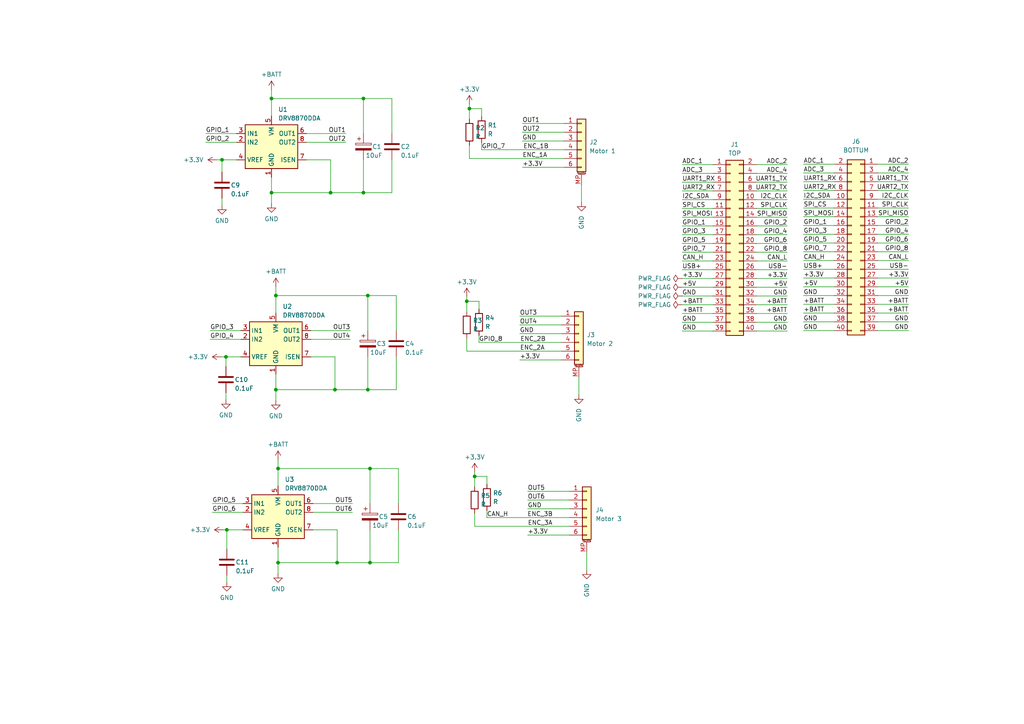
<source format=kicad_sch>
(kicad_sch (version 20230121) (generator eeschema)

  (uuid 988ee502-8596-4ebe-9b99-0eb76e7d156a)

  (paper "A4")

  (lib_symbols
    (symbol "Connector_Generic:Conn_02x20_Odd_Even" (pin_names (offset 1.016) hide) (in_bom yes) (on_board yes)
      (property "Reference" "J" (at 1.27 25.4 0)
        (effects (font (size 1.27 1.27)))
      )
      (property "Value" "Conn_02x20_Odd_Even" (at 1.27 -27.94 0)
        (effects (font (size 1.27 1.27)))
      )
      (property "Footprint" "" (at 0 0 0)
        (effects (font (size 1.27 1.27)) hide)
      )
      (property "Datasheet" "~" (at 0 0 0)
        (effects (font (size 1.27 1.27)) hide)
      )
      (property "ki_keywords" "connector" (at 0 0 0)
        (effects (font (size 1.27 1.27)) hide)
      )
      (property "ki_description" "Generic connector, double row, 02x20, odd/even pin numbering scheme (row 1 odd numbers, row 2 even numbers), script generated (kicad-library-utils/schlib/autogen/connector/)" (at 0 0 0)
        (effects (font (size 1.27 1.27)) hide)
      )
      (property "ki_fp_filters" "Connector*:*_2x??_*" (at 0 0 0)
        (effects (font (size 1.27 1.27)) hide)
      )
      (symbol "Conn_02x20_Odd_Even_1_1"
        (rectangle (start -1.27 -25.273) (end 0 -25.527)
          (stroke (width 0.1524) (type default))
          (fill (type none))
        )
        (rectangle (start -1.27 -22.733) (end 0 -22.987)
          (stroke (width 0.1524) (type default))
          (fill (type none))
        )
        (rectangle (start -1.27 -20.193) (end 0 -20.447)
          (stroke (width 0.1524) (type default))
          (fill (type none))
        )
        (rectangle (start -1.27 -17.653) (end 0 -17.907)
          (stroke (width 0.1524) (type default))
          (fill (type none))
        )
        (rectangle (start -1.27 -15.113) (end 0 -15.367)
          (stroke (width 0.1524) (type default))
          (fill (type none))
        )
        (rectangle (start -1.27 -12.573) (end 0 -12.827)
          (stroke (width 0.1524) (type default))
          (fill (type none))
        )
        (rectangle (start -1.27 -10.033) (end 0 -10.287)
          (stroke (width 0.1524) (type default))
          (fill (type none))
        )
        (rectangle (start -1.27 -7.493) (end 0 -7.747)
          (stroke (width 0.1524) (type default))
          (fill (type none))
        )
        (rectangle (start -1.27 -4.953) (end 0 -5.207)
          (stroke (width 0.1524) (type default))
          (fill (type none))
        )
        (rectangle (start -1.27 -2.413) (end 0 -2.667)
          (stroke (width 0.1524) (type default))
          (fill (type none))
        )
        (rectangle (start -1.27 0.127) (end 0 -0.127)
          (stroke (width 0.1524) (type default))
          (fill (type none))
        )
        (rectangle (start -1.27 2.667) (end 0 2.413)
          (stroke (width 0.1524) (type default))
          (fill (type none))
        )
        (rectangle (start -1.27 5.207) (end 0 4.953)
          (stroke (width 0.1524) (type default))
          (fill (type none))
        )
        (rectangle (start -1.27 7.747) (end 0 7.493)
          (stroke (width 0.1524) (type default))
          (fill (type none))
        )
        (rectangle (start -1.27 10.287) (end 0 10.033)
          (stroke (width 0.1524) (type default))
          (fill (type none))
        )
        (rectangle (start -1.27 12.827) (end 0 12.573)
          (stroke (width 0.1524) (type default))
          (fill (type none))
        )
        (rectangle (start -1.27 15.367) (end 0 15.113)
          (stroke (width 0.1524) (type default))
          (fill (type none))
        )
        (rectangle (start -1.27 17.907) (end 0 17.653)
          (stroke (width 0.1524) (type default))
          (fill (type none))
        )
        (rectangle (start -1.27 20.447) (end 0 20.193)
          (stroke (width 0.1524) (type default))
          (fill (type none))
        )
        (rectangle (start -1.27 22.987) (end 0 22.733)
          (stroke (width 0.1524) (type default))
          (fill (type none))
        )
        (rectangle (start -1.27 24.13) (end 3.81 -26.67)
          (stroke (width 0.254) (type default))
          (fill (type background))
        )
        (rectangle (start 3.81 -25.273) (end 2.54 -25.527)
          (stroke (width 0.1524) (type default))
          (fill (type none))
        )
        (rectangle (start 3.81 -22.733) (end 2.54 -22.987)
          (stroke (width 0.1524) (type default))
          (fill (type none))
        )
        (rectangle (start 3.81 -20.193) (end 2.54 -20.447)
          (stroke (width 0.1524) (type default))
          (fill (type none))
        )
        (rectangle (start 3.81 -17.653) (end 2.54 -17.907)
          (stroke (width 0.1524) (type default))
          (fill (type none))
        )
        (rectangle (start 3.81 -15.113) (end 2.54 -15.367)
          (stroke (width 0.1524) (type default))
          (fill (type none))
        )
        (rectangle (start 3.81 -12.573) (end 2.54 -12.827)
          (stroke (width 0.1524) (type default))
          (fill (type none))
        )
        (rectangle (start 3.81 -10.033) (end 2.54 -10.287)
          (stroke (width 0.1524) (type default))
          (fill (type none))
        )
        (rectangle (start 3.81 -7.493) (end 2.54 -7.747)
          (stroke (width 0.1524) (type default))
          (fill (type none))
        )
        (rectangle (start 3.81 -4.953) (end 2.54 -5.207)
          (stroke (width 0.1524) (type default))
          (fill (type none))
        )
        (rectangle (start 3.81 -2.413) (end 2.54 -2.667)
          (stroke (width 0.1524) (type default))
          (fill (type none))
        )
        (rectangle (start 3.81 0.127) (end 2.54 -0.127)
          (stroke (width 0.1524) (type default))
          (fill (type none))
        )
        (rectangle (start 3.81 2.667) (end 2.54 2.413)
          (stroke (width 0.1524) (type default))
          (fill (type none))
        )
        (rectangle (start 3.81 5.207) (end 2.54 4.953)
          (stroke (width 0.1524) (type default))
          (fill (type none))
        )
        (rectangle (start 3.81 7.747) (end 2.54 7.493)
          (stroke (width 0.1524) (type default))
          (fill (type none))
        )
        (rectangle (start 3.81 10.287) (end 2.54 10.033)
          (stroke (width 0.1524) (type default))
          (fill (type none))
        )
        (rectangle (start 3.81 12.827) (end 2.54 12.573)
          (stroke (width 0.1524) (type default))
          (fill (type none))
        )
        (rectangle (start 3.81 15.367) (end 2.54 15.113)
          (stroke (width 0.1524) (type default))
          (fill (type none))
        )
        (rectangle (start 3.81 17.907) (end 2.54 17.653)
          (stroke (width 0.1524) (type default))
          (fill (type none))
        )
        (rectangle (start 3.81 20.447) (end 2.54 20.193)
          (stroke (width 0.1524) (type default))
          (fill (type none))
        )
        (rectangle (start 3.81 22.987) (end 2.54 22.733)
          (stroke (width 0.1524) (type default))
          (fill (type none))
        )
        (pin passive line (at -5.08 22.86 0) (length 3.81)
          (name "Pin_1" (effects (font (size 1.27 1.27))))
          (number "1" (effects (font (size 1.27 1.27))))
        )
        (pin passive line (at 7.62 12.7 180) (length 3.81)
          (name "Pin_10" (effects (font (size 1.27 1.27))))
          (number "10" (effects (font (size 1.27 1.27))))
        )
        (pin passive line (at -5.08 10.16 0) (length 3.81)
          (name "Pin_11" (effects (font (size 1.27 1.27))))
          (number "11" (effects (font (size 1.27 1.27))))
        )
        (pin passive line (at 7.62 10.16 180) (length 3.81)
          (name "Pin_12" (effects (font (size 1.27 1.27))))
          (number "12" (effects (font (size 1.27 1.27))))
        )
        (pin passive line (at -5.08 7.62 0) (length 3.81)
          (name "Pin_13" (effects (font (size 1.27 1.27))))
          (number "13" (effects (font (size 1.27 1.27))))
        )
        (pin passive line (at 7.62 7.62 180) (length 3.81)
          (name "Pin_14" (effects (font (size 1.27 1.27))))
          (number "14" (effects (font (size 1.27 1.27))))
        )
        (pin passive line (at -5.08 5.08 0) (length 3.81)
          (name "Pin_15" (effects (font (size 1.27 1.27))))
          (number "15" (effects (font (size 1.27 1.27))))
        )
        (pin passive line (at 7.62 5.08 180) (length 3.81)
          (name "Pin_16" (effects (font (size 1.27 1.27))))
          (number "16" (effects (font (size 1.27 1.27))))
        )
        (pin passive line (at -5.08 2.54 0) (length 3.81)
          (name "Pin_17" (effects (font (size 1.27 1.27))))
          (number "17" (effects (font (size 1.27 1.27))))
        )
        (pin passive line (at 7.62 2.54 180) (length 3.81)
          (name "Pin_18" (effects (font (size 1.27 1.27))))
          (number "18" (effects (font (size 1.27 1.27))))
        )
        (pin passive line (at -5.08 0 0) (length 3.81)
          (name "Pin_19" (effects (font (size 1.27 1.27))))
          (number "19" (effects (font (size 1.27 1.27))))
        )
        (pin passive line (at 7.62 22.86 180) (length 3.81)
          (name "Pin_2" (effects (font (size 1.27 1.27))))
          (number "2" (effects (font (size 1.27 1.27))))
        )
        (pin passive line (at 7.62 0 180) (length 3.81)
          (name "Pin_20" (effects (font (size 1.27 1.27))))
          (number "20" (effects (font (size 1.27 1.27))))
        )
        (pin passive line (at -5.08 -2.54 0) (length 3.81)
          (name "Pin_21" (effects (font (size 1.27 1.27))))
          (number "21" (effects (font (size 1.27 1.27))))
        )
        (pin passive line (at 7.62 -2.54 180) (length 3.81)
          (name "Pin_22" (effects (font (size 1.27 1.27))))
          (number "22" (effects (font (size 1.27 1.27))))
        )
        (pin passive line (at -5.08 -5.08 0) (length 3.81)
          (name "Pin_23" (effects (font (size 1.27 1.27))))
          (number "23" (effects (font (size 1.27 1.27))))
        )
        (pin passive line (at 7.62 -5.08 180) (length 3.81)
          (name "Pin_24" (effects (font (size 1.27 1.27))))
          (number "24" (effects (font (size 1.27 1.27))))
        )
        (pin passive line (at -5.08 -7.62 0) (length 3.81)
          (name "Pin_25" (effects (font (size 1.27 1.27))))
          (number "25" (effects (font (size 1.27 1.27))))
        )
        (pin passive line (at 7.62 -7.62 180) (length 3.81)
          (name "Pin_26" (effects (font (size 1.27 1.27))))
          (number "26" (effects (font (size 1.27 1.27))))
        )
        (pin passive line (at -5.08 -10.16 0) (length 3.81)
          (name "Pin_27" (effects (font (size 1.27 1.27))))
          (number "27" (effects (font (size 1.27 1.27))))
        )
        (pin passive line (at 7.62 -10.16 180) (length 3.81)
          (name "Pin_28" (effects (font (size 1.27 1.27))))
          (number "28" (effects (font (size 1.27 1.27))))
        )
        (pin passive line (at -5.08 -12.7 0) (length 3.81)
          (name "Pin_29" (effects (font (size 1.27 1.27))))
          (number "29" (effects (font (size 1.27 1.27))))
        )
        (pin passive line (at -5.08 20.32 0) (length 3.81)
          (name "Pin_3" (effects (font (size 1.27 1.27))))
          (number "3" (effects (font (size 1.27 1.27))))
        )
        (pin passive line (at 7.62 -12.7 180) (length 3.81)
          (name "Pin_30" (effects (font (size 1.27 1.27))))
          (number "30" (effects (font (size 1.27 1.27))))
        )
        (pin passive line (at -5.08 -15.24 0) (length 3.81)
          (name "Pin_31" (effects (font (size 1.27 1.27))))
          (number "31" (effects (font (size 1.27 1.27))))
        )
        (pin passive line (at 7.62 -15.24 180) (length 3.81)
          (name "Pin_32" (effects (font (size 1.27 1.27))))
          (number "32" (effects (font (size 1.27 1.27))))
        )
        (pin passive line (at -5.08 -17.78 0) (length 3.81)
          (name "Pin_33" (effects (font (size 1.27 1.27))))
          (number "33" (effects (font (size 1.27 1.27))))
        )
        (pin passive line (at 7.62 -17.78 180) (length 3.81)
          (name "Pin_34" (effects (font (size 1.27 1.27))))
          (number "34" (effects (font (size 1.27 1.27))))
        )
        (pin passive line (at -5.08 -20.32 0) (length 3.81)
          (name "Pin_35" (effects (font (size 1.27 1.27))))
          (number "35" (effects (font (size 1.27 1.27))))
        )
        (pin passive line (at 7.62 -20.32 180) (length 3.81)
          (name "Pin_36" (effects (font (size 1.27 1.27))))
          (number "36" (effects (font (size 1.27 1.27))))
        )
        (pin passive line (at -5.08 -22.86 0) (length 3.81)
          (name "Pin_37" (effects (font (size 1.27 1.27))))
          (number "37" (effects (font (size 1.27 1.27))))
        )
        (pin passive line (at 7.62 -22.86 180) (length 3.81)
          (name "Pin_38" (effects (font (size 1.27 1.27))))
          (number "38" (effects (font (size 1.27 1.27))))
        )
        (pin passive line (at -5.08 -25.4 0) (length 3.81)
          (name "Pin_39" (effects (font (size 1.27 1.27))))
          (number "39" (effects (font (size 1.27 1.27))))
        )
        (pin passive line (at 7.62 20.32 180) (length 3.81)
          (name "Pin_4" (effects (font (size 1.27 1.27))))
          (number "4" (effects (font (size 1.27 1.27))))
        )
        (pin passive line (at 7.62 -25.4 180) (length 3.81)
          (name "Pin_40" (effects (font (size 1.27 1.27))))
          (number "40" (effects (font (size 1.27 1.27))))
        )
        (pin passive line (at -5.08 17.78 0) (length 3.81)
          (name "Pin_5" (effects (font (size 1.27 1.27))))
          (number "5" (effects (font (size 1.27 1.27))))
        )
        (pin passive line (at 7.62 17.78 180) (length 3.81)
          (name "Pin_6" (effects (font (size 1.27 1.27))))
          (number "6" (effects (font (size 1.27 1.27))))
        )
        (pin passive line (at -5.08 15.24 0) (length 3.81)
          (name "Pin_7" (effects (font (size 1.27 1.27))))
          (number "7" (effects (font (size 1.27 1.27))))
        )
        (pin passive line (at 7.62 15.24 180) (length 3.81)
          (name "Pin_8" (effects (font (size 1.27 1.27))))
          (number "8" (effects (font (size 1.27 1.27))))
        )
        (pin passive line (at -5.08 12.7 0) (length 3.81)
          (name "Pin_9" (effects (font (size 1.27 1.27))))
          (number "9" (effects (font (size 1.27 1.27))))
        )
      )
    )
    (symbol "Connector_Generic_MountingPin:Conn_01x06_MountingPin" (pin_names (offset 1.016) hide) (in_bom yes) (on_board yes)
      (property "Reference" "J" (at 0 7.62 0)
        (effects (font (size 1.27 1.27)))
      )
      (property "Value" "Conn_01x06_MountingPin" (at 1.27 -10.16 0)
        (effects (font (size 1.27 1.27)) (justify left))
      )
      (property "Footprint" "" (at 0 0 0)
        (effects (font (size 1.27 1.27)) hide)
      )
      (property "Datasheet" "~" (at 0 0 0)
        (effects (font (size 1.27 1.27)) hide)
      )
      (property "ki_keywords" "connector" (at 0 0 0)
        (effects (font (size 1.27 1.27)) hide)
      )
      (property "ki_description" "Generic connectable mounting pin connector, single row, 01x06, script generated (kicad-library-utils/schlib/autogen/connector/)" (at 0 0 0)
        (effects (font (size 1.27 1.27)) hide)
      )
      (property "ki_fp_filters" "Connector*:*_1x??-1MP*" (at 0 0 0)
        (effects (font (size 1.27 1.27)) hide)
      )
      (symbol "Conn_01x06_MountingPin_1_1"
        (rectangle (start -1.27 -7.493) (end 0 -7.747)
          (stroke (width 0.1524) (type default))
          (fill (type none))
        )
        (rectangle (start -1.27 -4.953) (end 0 -5.207)
          (stroke (width 0.1524) (type default))
          (fill (type none))
        )
        (rectangle (start -1.27 -2.413) (end 0 -2.667)
          (stroke (width 0.1524) (type default))
          (fill (type none))
        )
        (rectangle (start -1.27 0.127) (end 0 -0.127)
          (stroke (width 0.1524) (type default))
          (fill (type none))
        )
        (rectangle (start -1.27 2.667) (end 0 2.413)
          (stroke (width 0.1524) (type default))
          (fill (type none))
        )
        (rectangle (start -1.27 5.207) (end 0 4.953)
          (stroke (width 0.1524) (type default))
          (fill (type none))
        )
        (rectangle (start -1.27 6.35) (end 1.27 -8.89)
          (stroke (width 0.254) (type default))
          (fill (type background))
        )
        (polyline
          (pts
            (xy -1.016 -9.652)
            (xy 1.016 -9.652)
          )
          (stroke (width 0.1524) (type default))
          (fill (type none))
        )
        (text "Mounting" (at 0 -9.271 0)
          (effects (font (size 0.381 0.381)))
        )
        (pin passive line (at -5.08 5.08 0) (length 3.81)
          (name "Pin_1" (effects (font (size 1.27 1.27))))
          (number "1" (effects (font (size 1.27 1.27))))
        )
        (pin passive line (at -5.08 2.54 0) (length 3.81)
          (name "Pin_2" (effects (font (size 1.27 1.27))))
          (number "2" (effects (font (size 1.27 1.27))))
        )
        (pin passive line (at -5.08 0 0) (length 3.81)
          (name "Pin_3" (effects (font (size 1.27 1.27))))
          (number "3" (effects (font (size 1.27 1.27))))
        )
        (pin passive line (at -5.08 -2.54 0) (length 3.81)
          (name "Pin_4" (effects (font (size 1.27 1.27))))
          (number "4" (effects (font (size 1.27 1.27))))
        )
        (pin passive line (at -5.08 -5.08 0) (length 3.81)
          (name "Pin_5" (effects (font (size 1.27 1.27))))
          (number "5" (effects (font (size 1.27 1.27))))
        )
        (pin passive line (at -5.08 -7.62 0) (length 3.81)
          (name "Pin_6" (effects (font (size 1.27 1.27))))
          (number "6" (effects (font (size 1.27 1.27))))
        )
        (pin passive line (at 0 -12.7 90) (length 3.048)
          (name "MountPin" (effects (font (size 1.27 1.27))))
          (number "MP" (effects (font (size 1.27 1.27))))
        )
      )
    )
    (symbol "Device:C" (pin_numbers hide) (pin_names (offset 0.254)) (in_bom yes) (on_board yes)
      (property "Reference" "C" (at 0.635 2.54 0)
        (effects (font (size 1.27 1.27)) (justify left))
      )
      (property "Value" "C" (at 0.635 -2.54 0)
        (effects (font (size 1.27 1.27)) (justify left))
      )
      (property "Footprint" "" (at 0.9652 -3.81 0)
        (effects (font (size 1.27 1.27)) hide)
      )
      (property "Datasheet" "~" (at 0 0 0)
        (effects (font (size 1.27 1.27)) hide)
      )
      (property "ki_keywords" "cap capacitor" (at 0 0 0)
        (effects (font (size 1.27 1.27)) hide)
      )
      (property "ki_description" "Unpolarized capacitor" (at 0 0 0)
        (effects (font (size 1.27 1.27)) hide)
      )
      (property "ki_fp_filters" "C_*" (at 0 0 0)
        (effects (font (size 1.27 1.27)) hide)
      )
      (symbol "C_0_1"
        (polyline
          (pts
            (xy -2.032 -0.762)
            (xy 2.032 -0.762)
          )
          (stroke (width 0.508) (type default))
          (fill (type none))
        )
        (polyline
          (pts
            (xy -2.032 0.762)
            (xy 2.032 0.762)
          )
          (stroke (width 0.508) (type default))
          (fill (type none))
        )
      )
      (symbol "C_1_1"
        (pin passive line (at 0 3.81 270) (length 2.794)
          (name "~" (effects (font (size 1.27 1.27))))
          (number "1" (effects (font (size 1.27 1.27))))
        )
        (pin passive line (at 0 -3.81 90) (length 2.794)
          (name "~" (effects (font (size 1.27 1.27))))
          (number "2" (effects (font (size 1.27 1.27))))
        )
      )
    )
    (symbol "Device:C_Polarized" (pin_numbers hide) (pin_names (offset 0.254)) (in_bom yes) (on_board yes)
      (property "Reference" "C" (at 0.635 2.54 0)
        (effects (font (size 1.27 1.27)) (justify left))
      )
      (property "Value" "C_Polarized" (at 0.635 -2.54 0)
        (effects (font (size 1.27 1.27)) (justify left))
      )
      (property "Footprint" "" (at 0.9652 -3.81 0)
        (effects (font (size 1.27 1.27)) hide)
      )
      (property "Datasheet" "~" (at 0 0 0)
        (effects (font (size 1.27 1.27)) hide)
      )
      (property "ki_keywords" "cap capacitor" (at 0 0 0)
        (effects (font (size 1.27 1.27)) hide)
      )
      (property "ki_description" "Polarized capacitor" (at 0 0 0)
        (effects (font (size 1.27 1.27)) hide)
      )
      (property "ki_fp_filters" "CP_*" (at 0 0 0)
        (effects (font (size 1.27 1.27)) hide)
      )
      (symbol "C_Polarized_0_1"
        (rectangle (start -2.286 0.508) (end 2.286 1.016)
          (stroke (width 0) (type default))
          (fill (type none))
        )
        (polyline
          (pts
            (xy -1.778 2.286)
            (xy -0.762 2.286)
          )
          (stroke (width 0) (type default))
          (fill (type none))
        )
        (polyline
          (pts
            (xy -1.27 2.794)
            (xy -1.27 1.778)
          )
          (stroke (width 0) (type default))
          (fill (type none))
        )
        (rectangle (start 2.286 -0.508) (end -2.286 -1.016)
          (stroke (width 0) (type default))
          (fill (type outline))
        )
      )
      (symbol "C_Polarized_1_1"
        (pin passive line (at 0 3.81 270) (length 2.794)
          (name "~" (effects (font (size 1.27 1.27))))
          (number "1" (effects (font (size 1.27 1.27))))
        )
        (pin passive line (at 0 -3.81 90) (length 2.794)
          (name "~" (effects (font (size 1.27 1.27))))
          (number "2" (effects (font (size 1.27 1.27))))
        )
      )
    )
    (symbol "Device:R" (pin_numbers hide) (pin_names (offset 0)) (in_bom yes) (on_board yes)
      (property "Reference" "R" (at 2.032 0 90)
        (effects (font (size 1.27 1.27)))
      )
      (property "Value" "R" (at 0 0 90)
        (effects (font (size 1.27 1.27)))
      )
      (property "Footprint" "" (at -1.778 0 90)
        (effects (font (size 1.27 1.27)) hide)
      )
      (property "Datasheet" "~" (at 0 0 0)
        (effects (font (size 1.27 1.27)) hide)
      )
      (property "ki_keywords" "R res resistor" (at 0 0 0)
        (effects (font (size 1.27 1.27)) hide)
      )
      (property "ki_description" "Resistor" (at 0 0 0)
        (effects (font (size 1.27 1.27)) hide)
      )
      (property "ki_fp_filters" "R_*" (at 0 0 0)
        (effects (font (size 1.27 1.27)) hide)
      )
      (symbol "R_0_1"
        (rectangle (start -1.016 -2.54) (end 1.016 2.54)
          (stroke (width 0.254) (type default))
          (fill (type none))
        )
      )
      (symbol "R_1_1"
        (pin passive line (at 0 3.81 270) (length 1.27)
          (name "~" (effects (font (size 1.27 1.27))))
          (number "1" (effects (font (size 1.27 1.27))))
        )
        (pin passive line (at 0 -3.81 90) (length 1.27)
          (name "~" (effects (font (size 1.27 1.27))))
          (number "2" (effects (font (size 1.27 1.27))))
        )
      )
    )
    (symbol "Driver_Motor:DRV8870DDA" (in_bom yes) (on_board yes)
      (property "Reference" "U" (at -6.35 6.35 0)
        (effects (font (size 1.27 1.27)))
      )
      (property "Value" "DRV8870DDA" (at 8.89 6.35 0)
        (effects (font (size 1.27 1.27)))
      )
      (property "Footprint" "Package_SO:Texas_HTSOP-8-1EP_3.9x4.9mm_P1.27mm_EP2.95x4.9mm_Mask2.4x3.1mm_ThermalVias" (at 2.54 -2.54 0)
        (effects (font (size 1.27 1.27)) hide)
      )
      (property "Datasheet" "http://www.ti.com/lit/ds/symlink/drv8870.pdf" (at -6.35 8.89 0)
        (effects (font (size 1.27 1.27)) hide)
      )
      (property "ki_keywords" "H-bridge driver motor current limit" (at 0 0 0)
        (effects (font (size 1.27 1.27)) hide)
      )
      (property "ki_description" "Brushed DC Motor Driver, PWM Control, 45V, 3.6A, Dynamic current limiting, HTSOP-8" (at 0 0 0)
        (effects (font (size 1.27 1.27)) hide)
      )
      (property "ki_fp_filters" "Texas*HTSOP*1EP*3.9x4.9mm*P1.27mm*EP2.95x4.9mm*Mask2.4x3.1mm*" (at 0 0 0)
        (effects (font (size 1.27 1.27)) hide)
      )
      (symbol "DRV8870DDA_0_1"
        (rectangle (start -7.62 5.08) (end 7.62 -7.62)
          (stroke (width 0.254) (type default))
          (fill (type background))
        )
      )
      (symbol "DRV8870DDA_1_1"
        (pin power_in line (at 0 -10.16 90) (length 2.54)
          (name "GND" (effects (font (size 1.27 1.27))))
          (number "1" (effects (font (size 1.27 1.27))))
        )
        (pin input line (at -10.16 0 0) (length 2.54)
          (name "IN2" (effects (font (size 1.27 1.27))))
          (number "2" (effects (font (size 1.27 1.27))))
        )
        (pin input line (at -10.16 2.54 0) (length 2.54)
          (name "IN1" (effects (font (size 1.27 1.27))))
          (number "3" (effects (font (size 1.27 1.27))))
        )
        (pin input line (at -10.16 -5.08 0) (length 2.54)
          (name "VREF" (effects (font (size 1.27 1.27))))
          (number "4" (effects (font (size 1.27 1.27))))
        )
        (pin power_in line (at 0 7.62 270) (length 2.54)
          (name "VM" (effects (font (size 1.27 1.27))))
          (number "5" (effects (font (size 1.27 1.27))))
        )
        (pin output line (at 10.16 2.54 180) (length 2.54)
          (name "OUT1" (effects (font (size 1.27 1.27))))
          (number "6" (effects (font (size 1.27 1.27))))
        )
        (pin passive line (at 10.16 -5.08 180) (length 2.54)
          (name "ISEN" (effects (font (size 1.27 1.27))))
          (number "7" (effects (font (size 1.27 1.27))))
        )
        (pin output line (at 10.16 0 180) (length 2.54)
          (name "OUT2" (effects (font (size 1.27 1.27))))
          (number "8" (effects (font (size 1.27 1.27))))
        )
        (pin passive line (at 0 -10.16 90) (length 2.54) hide
          (name "GND" (effects (font (size 1.27 1.27))))
          (number "9" (effects (font (size 1.27 1.27))))
        )
      )
    )
    (symbol "power:+3.3V" (power) (pin_names (offset 0)) (in_bom yes) (on_board yes)
      (property "Reference" "#PWR" (at 0 -3.81 0)
        (effects (font (size 1.27 1.27)) hide)
      )
      (property "Value" "+3.3V" (at 0 3.556 0)
        (effects (font (size 1.27 1.27)))
      )
      (property "Footprint" "" (at 0 0 0)
        (effects (font (size 1.27 1.27)) hide)
      )
      (property "Datasheet" "" (at 0 0 0)
        (effects (font (size 1.27 1.27)) hide)
      )
      (property "ki_keywords" "global power" (at 0 0 0)
        (effects (font (size 1.27 1.27)) hide)
      )
      (property "ki_description" "Power symbol creates a global label with name \"+3.3V\"" (at 0 0 0)
        (effects (font (size 1.27 1.27)) hide)
      )
      (symbol "+3.3V_0_1"
        (polyline
          (pts
            (xy -0.762 1.27)
            (xy 0 2.54)
          )
          (stroke (width 0) (type default))
          (fill (type none))
        )
        (polyline
          (pts
            (xy 0 0)
            (xy 0 2.54)
          )
          (stroke (width 0) (type default))
          (fill (type none))
        )
        (polyline
          (pts
            (xy 0 2.54)
            (xy 0.762 1.27)
          )
          (stroke (width 0) (type default))
          (fill (type none))
        )
      )
      (symbol "+3.3V_1_1"
        (pin power_in line (at 0 0 90) (length 0) hide
          (name "+3.3V" (effects (font (size 1.27 1.27))))
          (number "1" (effects (font (size 1.27 1.27))))
        )
      )
    )
    (symbol "power:+BATT" (power) (pin_names (offset 0)) (in_bom yes) (on_board yes)
      (property "Reference" "#PWR" (at 0 -3.81 0)
        (effects (font (size 1.27 1.27)) hide)
      )
      (property "Value" "+BATT" (at 0 3.556 0)
        (effects (font (size 1.27 1.27)))
      )
      (property "Footprint" "" (at 0 0 0)
        (effects (font (size 1.27 1.27)) hide)
      )
      (property "Datasheet" "" (at 0 0 0)
        (effects (font (size 1.27 1.27)) hide)
      )
      (property "ki_keywords" "global power battery" (at 0 0 0)
        (effects (font (size 1.27 1.27)) hide)
      )
      (property "ki_description" "Power symbol creates a global label with name \"+BATT\"" (at 0 0 0)
        (effects (font (size 1.27 1.27)) hide)
      )
      (symbol "+BATT_0_1"
        (polyline
          (pts
            (xy -0.762 1.27)
            (xy 0 2.54)
          )
          (stroke (width 0) (type default))
          (fill (type none))
        )
        (polyline
          (pts
            (xy 0 0)
            (xy 0 2.54)
          )
          (stroke (width 0) (type default))
          (fill (type none))
        )
        (polyline
          (pts
            (xy 0 2.54)
            (xy 0.762 1.27)
          )
          (stroke (width 0) (type default))
          (fill (type none))
        )
      )
      (symbol "+BATT_1_1"
        (pin power_in line (at 0 0 90) (length 0) hide
          (name "+BATT" (effects (font (size 1.27 1.27))))
          (number "1" (effects (font (size 1.27 1.27))))
        )
      )
    )
    (symbol "power:GND" (power) (pin_names (offset 0)) (in_bom yes) (on_board yes)
      (property "Reference" "#PWR" (at 0 -6.35 0)
        (effects (font (size 1.27 1.27)) hide)
      )
      (property "Value" "GND" (at 0 -3.81 0)
        (effects (font (size 1.27 1.27)))
      )
      (property "Footprint" "" (at 0 0 0)
        (effects (font (size 1.27 1.27)) hide)
      )
      (property "Datasheet" "" (at 0 0 0)
        (effects (font (size 1.27 1.27)) hide)
      )
      (property "ki_keywords" "global power" (at 0 0 0)
        (effects (font (size 1.27 1.27)) hide)
      )
      (property "ki_description" "Power symbol creates a global label with name \"GND\" , ground" (at 0 0 0)
        (effects (font (size 1.27 1.27)) hide)
      )
      (symbol "GND_0_1"
        (polyline
          (pts
            (xy 0 0)
            (xy 0 -1.27)
            (xy 1.27 -1.27)
            (xy 0 -2.54)
            (xy -1.27 -1.27)
            (xy 0 -1.27)
          )
          (stroke (width 0) (type default))
          (fill (type none))
        )
      )
      (symbol "GND_1_1"
        (pin power_in line (at 0 0 270) (length 0) hide
          (name "GND" (effects (font (size 1.27 1.27))))
          (number "1" (effects (font (size 1.27 1.27))))
        )
      )
    )
    (symbol "power:PWR_FLAG" (power) (pin_numbers hide) (pin_names (offset 0) hide) (in_bom yes) (on_board yes)
      (property "Reference" "#FLG" (at 0 1.905 0)
        (effects (font (size 1.27 1.27)) hide)
      )
      (property "Value" "PWR_FLAG" (at 0 3.81 0)
        (effects (font (size 1.27 1.27)))
      )
      (property "Footprint" "" (at 0 0 0)
        (effects (font (size 1.27 1.27)) hide)
      )
      (property "Datasheet" "~" (at 0 0 0)
        (effects (font (size 1.27 1.27)) hide)
      )
      (property "ki_keywords" "flag power" (at 0 0 0)
        (effects (font (size 1.27 1.27)) hide)
      )
      (property "ki_description" "Special symbol for telling ERC where power comes from" (at 0 0 0)
        (effects (font (size 1.27 1.27)) hide)
      )
      (symbol "PWR_FLAG_0_0"
        (pin power_out line (at 0 0 90) (length 0)
          (name "pwr" (effects (font (size 1.27 1.27))))
          (number "1" (effects (font (size 1.27 1.27))))
        )
      )
      (symbol "PWR_FLAG_0_1"
        (polyline
          (pts
            (xy 0 0)
            (xy 0 1.27)
            (xy -1.016 1.905)
            (xy 0 2.54)
            (xy 1.016 1.905)
            (xy 0 1.27)
          )
          (stroke (width 0) (type default))
          (fill (type none))
        )
      )
    )
  )

  (junction (at 106.68 85.725) (diameter 0) (color 0 0 0 0)
    (uuid 0325ac1d-a9f9-4fae-9900-ea2c08a6dc42)
  )
  (junction (at 107.315 163.195) (diameter 0) (color 0 0 0 0)
    (uuid 0cbe4ca2-fe57-4c41-9588-15d8eb777177)
  )
  (junction (at 135.382 87.376) (diameter 0) (color 0 0 0 0)
    (uuid 0ea89c00-0d28-479f-b5d9-97bba454d32f)
  )
  (junction (at 137.668 138.176) (diameter 0) (color 0 0 0 0)
    (uuid 1130d926-1779-4590-bb9a-75fdfa89afd0)
  )
  (junction (at 107.315 135.89) (diameter 0) (color 0 0 0 0)
    (uuid 157eafd9-eed0-4a4d-bb1a-bb4ffadf51f1)
  )
  (junction (at 80.645 135.89) (diameter 0) (color 0 0 0 0)
    (uuid 1f1dd94b-9c16-4bbb-8c25-f9b5eccd0944)
  )
  (junction (at 78.74 55.88) (diameter 0) (color 0 0 0 0)
    (uuid 23a11d58-cd7f-41e6-8680-f55e7468e271)
  )
  (junction (at 106.68 113.03) (diameter 0) (color 0 0 0 0)
    (uuid 2951afd9-af3f-486e-bf0d-899119b9b773)
  )
  (junction (at 65.532 103.505) (diameter 0) (color 0 0 0 0)
    (uuid 314f12ea-c292-4245-89e2-5d5fba5208f8)
  )
  (junction (at 97.155 113.03) (diameter 0) (color 0 0 0 0)
    (uuid 387a66ce-9937-4bfa-b026-3139d17ca290)
  )
  (junction (at 105.41 55.88) (diameter 0) (color 0 0 0 0)
    (uuid 3f6dc3f1-a4cc-4bf3-ba71-8274bf647c6e)
  )
  (junction (at 64.389 46.355) (diameter 0) (color 0 0 0 0)
    (uuid 681ee316-b166-485d-9b86-f78192fb8a0f)
  )
  (junction (at 95.885 55.88) (diameter 0) (color 0 0 0 0)
    (uuid 72f3de80-30d7-49c2-b251-7de815fb9e1e)
  )
  (junction (at 105.41 28.575) (diameter 0) (color 0 0 0 0)
    (uuid 9e544bbc-8c73-4802-bf5d-77361513e214)
  )
  (junction (at 97.79 163.195) (diameter 0) (color 0 0 0 0)
    (uuid cb4aa6c9-ec48-4fa5-a77d-37a438b46421)
  )
  (junction (at 80.01 113.03) (diameter 0) (color 0 0 0 0)
    (uuid e0bff34f-f74e-479d-9c8f-934f23b7ad79)
  )
  (junction (at 136.144 31.496) (diameter 0) (color 0 0 0 0)
    (uuid ee691ba8-3bb7-4282-8ecd-a6e4c624cdcb)
  )
  (junction (at 78.74 28.575) (diameter 0) (color 0 0 0 0)
    (uuid f0e40c7c-118b-461b-96dc-34989136b469)
  )
  (junction (at 65.786 153.67) (diameter 0) (color 0 0 0 0)
    (uuid f3fb10a7-ac22-4d79-a7ad-a29cabb57ba3)
  )
  (junction (at 80.645 163.195) (diameter 0) (color 0 0 0 0)
    (uuid f5a1ec10-8c9d-4566-890f-0db904e061d6)
  )
  (junction (at 80.01 85.725) (diameter 0) (color 0 0 0 0)
    (uuid f9e59bc7-29c6-48af-9fff-f9335ecba33b)
  )

  (wire (pts (xy 59.69 41.275) (xy 68.58 41.275))
    (stroke (width 0) (type default))
    (uuid 00b18ea7-b8b9-4681-8cd6-89eac6ec27a5)
  )
  (wire (pts (xy 61.595 146.05) (xy 70.485 146.05))
    (stroke (width 0) (type default))
    (uuid 012fc358-aa7e-43e5-bc97-309dcd32a140)
  )
  (wire (pts (xy 65.532 103.505) (xy 65.532 106.299))
    (stroke (width 0) (type default))
    (uuid 019c0040-7ac2-4a4b-89ab-2c0392dde663)
  )
  (wire (pts (xy 59.69 38.735) (xy 68.58 38.735))
    (stroke (width 0) (type default))
    (uuid 0280fe63-14ea-4acb-a5fb-d23e23b0f2b4)
  )
  (wire (pts (xy 233.045 85.725) (xy 241.935 85.725))
    (stroke (width 0) (type default))
    (uuid 02e54b22-bd7e-41b5-a943-ed4a5e795d50)
  )
  (wire (pts (xy 228.346 68.072) (xy 219.456 68.072))
    (stroke (width 0) (type default))
    (uuid 04997db9-b170-4a85-bf3e-dfb7b4609bb6)
  )
  (wire (pts (xy 78.74 55.88) (xy 78.74 59.055))
    (stroke (width 0) (type default))
    (uuid 05ef2c4d-85c6-49ea-8bfa-5a4e82c5eb07)
  )
  (wire (pts (xy 263.525 57.785) (xy 254.635 57.785))
    (stroke (width 0) (type default))
    (uuid 07c41ae3-fe91-45c9-9acf-d1d06e2d0d4c)
  )
  (wire (pts (xy 64.77 153.67) (xy 65.786 153.67))
    (stroke (width 0) (type default))
    (uuid 09e4a0d1-b152-460e-ad70-12e252c78021)
  )
  (wire (pts (xy 197.866 85.852) (xy 206.756 85.852))
    (stroke (width 0) (type default))
    (uuid 0aa7e97b-6d4a-4678-ad18-0412b5be02d5)
  )
  (wire (pts (xy 105.41 46.355) (xy 105.41 55.88))
    (stroke (width 0) (type default))
    (uuid 0b15f067-7469-40a2-aa8c-05ab3ad3290f)
  )
  (wire (pts (xy 65.786 153.67) (xy 70.485 153.67))
    (stroke (width 0) (type default))
    (uuid 0cc93293-fbc8-4692-afd2-4ceaab41f5b7)
  )
  (wire (pts (xy 65.532 103.505) (xy 69.85 103.505))
    (stroke (width 0) (type default))
    (uuid 0de72304-b5a5-4a41-b761-d21e340666fd)
  )
  (wire (pts (xy 197.866 60.452) (xy 206.756 60.452))
    (stroke (width 0) (type default))
    (uuid 0f44ec84-b1a6-45ce-9e63-ca7ac81c63b2)
  )
  (wire (pts (xy 78.74 26.035) (xy 78.74 28.575))
    (stroke (width 0) (type default))
    (uuid 1199b921-2695-406d-adda-7bab96558082)
  )
  (wire (pts (xy 197.866 83.312) (xy 206.756 83.312))
    (stroke (width 0) (type default))
    (uuid 12f9a23e-57b6-4c36-b281-188d8eb192e1)
  )
  (wire (pts (xy 153.035 147.574) (xy 165.1 147.574))
    (stroke (width 0) (type default))
    (uuid 1704fd43-3dcc-462e-babe-036aacd7a39c)
  )
  (wire (pts (xy 141.224 150.114) (xy 165.1 150.114))
    (stroke (width 0) (type default))
    (uuid 172208de-bcbb-427d-a16c-26c4a1546384)
  )
  (wire (pts (xy 153.035 155.194) (xy 165.1 155.194))
    (stroke (width 0) (type default))
    (uuid 181e779c-f1a4-4fde-9c43-f1cf2b1207eb)
  )
  (wire (pts (xy 88.9 46.355) (xy 95.885 46.355))
    (stroke (width 0) (type default))
    (uuid 1bd822b4-30dd-4a08-9b92-77f5886f1fc7)
  )
  (wire (pts (xy 228.346 47.752) (xy 219.456 47.752))
    (stroke (width 0) (type default))
    (uuid 1e1e589f-28e2-4160-9448-d72ba1c56faa)
  )
  (wire (pts (xy 136.144 42.164) (xy 136.144 45.974))
    (stroke (width 0) (type default))
    (uuid 2062344f-235b-4acb-8f73-0da41953dce3)
  )
  (wire (pts (xy 138.938 87.376) (xy 138.938 89.662))
    (stroke (width 0) (type default))
    (uuid 2189d1f7-8de9-4004-bceb-a843336cc3c0)
  )
  (wire (pts (xy 197.866 93.472) (xy 206.756 93.472))
    (stroke (width 0) (type default))
    (uuid 2219021b-004e-4aa6-be42-67036102af90)
  )
  (wire (pts (xy 107.315 163.195) (xy 115.57 163.195))
    (stroke (width 0) (type default))
    (uuid 22a95264-618f-4649-ba3d-8acd92002502)
  )
  (wire (pts (xy 80.645 163.195) (xy 80.645 158.75))
    (stroke (width 0) (type default))
    (uuid 23cd44d7-ca9e-4039-b952-2808f702a331)
  )
  (wire (pts (xy 197.866 52.832) (xy 206.756 52.832))
    (stroke (width 0) (type default))
    (uuid 26dd7e36-b99e-4740-94cd-1472b14ff6c5)
  )
  (wire (pts (xy 106.68 103.505) (xy 106.68 113.03))
    (stroke (width 0) (type default))
    (uuid 27c80798-c575-4d06-a59e-36b0db418151)
  )
  (wire (pts (xy 90.17 98.425) (xy 101.6 98.425))
    (stroke (width 0) (type default))
    (uuid 28e81638-b33a-42e8-8d20-f3fe580bb85c)
  )
  (wire (pts (xy 233.045 55.245) (xy 241.935 55.245))
    (stroke (width 0) (type default))
    (uuid 291cffec-7fbf-4fa3-affc-91e47075ac16)
  )
  (wire (pts (xy 151.511 40.894) (xy 163.576 40.894))
    (stroke (width 0) (type default))
    (uuid 29445769-13d5-456a-8dfd-124328a59fb2)
  )
  (wire (pts (xy 97.79 163.195) (xy 80.645 163.195))
    (stroke (width 0) (type default))
    (uuid 29a107d0-f0b8-459b-86be-f4a78382e892)
  )
  (wire (pts (xy 115.57 135.89) (xy 115.57 146.05))
    (stroke (width 0) (type default))
    (uuid 29abd2bf-2bf0-4aab-a155-0b68120db155)
  )
  (wire (pts (xy 135.382 86.106) (xy 135.382 87.376))
    (stroke (width 0) (type default))
    (uuid 2bc8e79f-74f2-43e8-ad54-e8b768ecbf3d)
  )
  (wire (pts (xy 228.346 88.392) (xy 219.456 88.392))
    (stroke (width 0) (type default))
    (uuid 2d1a9888-5b11-47a1-8343-64c6fae911d4)
  )
  (wire (pts (xy 263.525 93.345) (xy 254.635 93.345))
    (stroke (width 0) (type default))
    (uuid 2dd082af-d337-4019-a34c-4304eff3e566)
  )
  (wire (pts (xy 137.668 136.906) (xy 137.668 138.176))
    (stroke (width 0) (type default))
    (uuid 34341783-3c83-402c-96e6-c9961dce7aa9)
  )
  (wire (pts (xy 80.645 135.89) (xy 107.315 135.89))
    (stroke (width 0) (type default))
    (uuid 36b005e8-0d56-4119-b3bf-3a6ca11bfc90)
  )
  (wire (pts (xy 263.525 70.485) (xy 254.635 70.485))
    (stroke (width 0) (type default))
    (uuid 38c7fc3e-fafd-4d6a-ba83-f747790141db)
  )
  (wire (pts (xy 263.525 83.185) (xy 254.635 83.185))
    (stroke (width 0) (type default))
    (uuid 3b2c6165-2067-4c5d-a8eb-ca5ce174cb86)
  )
  (wire (pts (xy 233.045 78.105) (xy 241.935 78.105))
    (stroke (width 0) (type default))
    (uuid 3cdf4c10-ae7e-4d5e-b957-ca5de224a882)
  )
  (wire (pts (xy 150.749 94.234) (xy 162.814 94.234))
    (stroke (width 0) (type default))
    (uuid 3e2eff9e-f11b-43c4-8846-9ec159c8b64e)
  )
  (wire (pts (xy 233.045 90.805) (xy 241.935 90.805))
    (stroke (width 0) (type default))
    (uuid 3f04573d-1f38-447f-a0f3-50edbfb1c5f3)
  )
  (wire (pts (xy 233.045 80.645) (xy 241.935 80.645))
    (stroke (width 0) (type default))
    (uuid 403a59c5-4a13-4e1e-b481-2301d557e97e)
  )
  (wire (pts (xy 151.511 35.814) (xy 163.576 35.814))
    (stroke (width 0) (type default))
    (uuid 41f2cf0f-a31e-4fce-bd01-f1f003cbb95e)
  )
  (wire (pts (xy 60.96 95.885) (xy 69.85 95.885))
    (stroke (width 0) (type default))
    (uuid 4680fe9c-b42c-4e1c-a017-d4014011fe99)
  )
  (wire (pts (xy 170.18 160.274) (xy 170.18 165.354))
    (stroke (width 0) (type default))
    (uuid 4cae06d7-5e60-471f-b79a-065238ca21ab)
  )
  (wire (pts (xy 263.525 65.405) (xy 254.635 65.405))
    (stroke (width 0) (type default))
    (uuid 51c9841f-0fd8-440a-98a7-21cfb52e7cc7)
  )
  (wire (pts (xy 64.389 46.355) (xy 68.58 46.355))
    (stroke (width 0) (type default))
    (uuid 54bcc053-776b-42af-ab77-bf0cfcf10b4d)
  )
  (wire (pts (xy 233.045 75.565) (xy 241.935 75.565))
    (stroke (width 0) (type default))
    (uuid 5a4d6f69-7c08-49c8-9f21-228b1d259c9a)
  )
  (wire (pts (xy 80.01 113.03) (xy 80.01 116.205))
    (stroke (width 0) (type default))
    (uuid 5af923f5-fdbc-49dc-a4ea-9238e8bc3874)
  )
  (wire (pts (xy 263.525 90.805) (xy 254.635 90.805))
    (stroke (width 0) (type default))
    (uuid 5bf7d714-66de-4a53-894f-3133a1e412dd)
  )
  (wire (pts (xy 228.346 75.692) (xy 219.456 75.692))
    (stroke (width 0) (type default))
    (uuid 5cffee42-54a5-48ef-a1d1-2b91aaa4ba21)
  )
  (wire (pts (xy 80.01 85.725) (xy 106.68 85.725))
    (stroke (width 0) (type default))
    (uuid 5e0ce378-c8f1-4ec9-8344-1d3804fd4522)
  )
  (wire (pts (xy 197.866 80.772) (xy 206.756 80.772))
    (stroke (width 0) (type default))
    (uuid 5eb2b8d5-43f8-46d4-a641-e6169ac4f92f)
  )
  (wire (pts (xy 114.935 85.725) (xy 114.935 95.885))
    (stroke (width 0) (type default))
    (uuid 61b08f67-fe86-4df7-ae04-bc6937f96203)
  )
  (wire (pts (xy 65.786 159.258) (xy 65.786 153.67))
    (stroke (width 0) (type default))
    (uuid 62584139-631a-439a-9f82-015a9f3caf15)
  )
  (wire (pts (xy 233.045 95.885) (xy 241.935 95.885))
    (stroke (width 0) (type default))
    (uuid 62768461-cbcd-44a1-a884-a17d44cffa0e)
  )
  (wire (pts (xy 263.525 52.705) (xy 254.635 52.705))
    (stroke (width 0) (type default))
    (uuid 63e73550-b7e9-40fc-9b1d-65b27d672d09)
  )
  (wire (pts (xy 88.9 41.275) (xy 100.33 41.275))
    (stroke (width 0) (type default))
    (uuid 6419b852-3a73-47e4-9e79-26a028ae7934)
  )
  (wire (pts (xy 80.645 163.195) (xy 80.645 166.37))
    (stroke (width 0) (type default))
    (uuid 6524a466-0c77-49ab-a78f-75901d3cd98d)
  )
  (wire (pts (xy 228.346 96.012) (xy 219.456 96.012))
    (stroke (width 0) (type default))
    (uuid 65cc0feb-9f85-4f78-ace0-74d7a6d37ae4)
  )
  (wire (pts (xy 263.525 80.645) (xy 254.635 80.645))
    (stroke (width 0) (type default))
    (uuid 6643654e-7659-461e-89ad-7c4f88507370)
  )
  (wire (pts (xy 135.382 101.854) (xy 162.814 101.854))
    (stroke (width 0) (type default))
    (uuid 66729c7a-f1f2-4ffe-98e1-7b7667f423c7)
  )
  (wire (pts (xy 138.938 97.282) (xy 138.938 99.314))
    (stroke (width 0) (type default))
    (uuid 68906ac1-baf5-456f-a25a-60a26090dca0)
  )
  (wire (pts (xy 197.866 78.232) (xy 206.756 78.232))
    (stroke (width 0) (type default))
    (uuid 68cc5281-fd10-4370-9299-07a8a4033a4a)
  )
  (wire (pts (xy 197.866 68.072) (xy 206.756 68.072))
    (stroke (width 0) (type default))
    (uuid 69bfe5c3-b10a-4388-a42c-6cc6c1d01824)
  )
  (wire (pts (xy 97.155 113.03) (xy 106.68 113.03))
    (stroke (width 0) (type default))
    (uuid 69d20dfb-3026-4982-80cb-d255d50cf48a)
  )
  (wire (pts (xy 135.382 87.376) (xy 135.382 90.424))
    (stroke (width 0) (type default))
    (uuid 6b7add81-c783-44c1-a8e0-af3e45477ce4)
  )
  (wire (pts (xy 233.045 67.945) (xy 241.935 67.945))
    (stroke (width 0) (type default))
    (uuid 6b952d50-816b-45a6-b502-ee1ff13cbaaf)
  )
  (wire (pts (xy 61.595 148.59) (xy 70.485 148.59))
    (stroke (width 0) (type default))
    (uuid 6d960d6d-5621-4047-be48-09a662c4c7ed)
  )
  (wire (pts (xy 107.315 153.67) (xy 107.315 163.195))
    (stroke (width 0) (type default))
    (uuid 6ec65d07-de4e-4962-8fbc-bdc178b6f615)
  )
  (wire (pts (xy 105.41 28.575) (xy 113.665 28.575))
    (stroke (width 0) (type default))
    (uuid 700b2165-112b-4207-9fab-c662b38692e5)
  )
  (wire (pts (xy 136.144 45.974) (xy 163.576 45.974))
    (stroke (width 0) (type default))
    (uuid 747b7510-ce17-47b8-8dad-6ab103f5c2e1)
  )
  (wire (pts (xy 233.045 83.185) (xy 241.935 83.185))
    (stroke (width 0) (type default))
    (uuid 75f7b4da-8a16-40b1-8daa-5c9d8ae419c5)
  )
  (wire (pts (xy 228.346 85.852) (xy 219.456 85.852))
    (stroke (width 0) (type default))
    (uuid 78480d40-16ba-4e80-96cf-375913a80164)
  )
  (wire (pts (xy 151.511 48.514) (xy 163.576 48.514))
    (stroke (width 0) (type default))
    (uuid 785f194f-3614-425a-8961-5f7b1cbf6fa8)
  )
  (wire (pts (xy 197.866 88.392) (xy 206.756 88.392))
    (stroke (width 0) (type default))
    (uuid 7a1b5db6-6a44-40bd-a7e4-2d9a3287ed73)
  )
  (wire (pts (xy 233.045 62.865) (xy 241.935 62.865))
    (stroke (width 0) (type default))
    (uuid 7a39e21b-2bc9-47a4-84ae-84c7d371d727)
  )
  (wire (pts (xy 80.01 85.725) (xy 80.01 90.805))
    (stroke (width 0) (type default))
    (uuid 7a95826a-91d2-4c80-a816-df8a2414a1f3)
  )
  (wire (pts (xy 197.866 73.152) (xy 206.756 73.152))
    (stroke (width 0) (type default))
    (uuid 7b175ad5-cbe7-4000-ade7-a44a87b3c5ac)
  )
  (wire (pts (xy 233.045 88.265) (xy 241.935 88.265))
    (stroke (width 0) (type default))
    (uuid 7bf2cbb5-c099-479a-b430-0e29271669c7)
  )
  (wire (pts (xy 228.346 73.152) (xy 219.456 73.152))
    (stroke (width 0) (type default))
    (uuid 7e49bbc4-6b99-4fa8-913b-af7ec2d5d993)
  )
  (wire (pts (xy 135.382 98.044) (xy 135.382 101.854))
    (stroke (width 0) (type default))
    (uuid 7f846fa0-2edb-487d-a5a0-edde75894b80)
  )
  (wire (pts (xy 107.315 135.89) (xy 107.315 146.05))
    (stroke (width 0) (type default))
    (uuid 82381199-d56f-4dc0-b023-06017fd26517)
  )
  (wire (pts (xy 139.7 31.496) (xy 139.7 33.782))
    (stroke (width 0) (type default))
    (uuid 84e9bf93-7bc2-4597-9259-2cdd965e6877)
  )
  (wire (pts (xy 90.17 95.885) (xy 101.6 95.885))
    (stroke (width 0) (type default))
    (uuid 8513f538-f798-4759-9ec3-cc43390f2f52)
  )
  (wire (pts (xy 263.525 50.165) (xy 254.635 50.165))
    (stroke (width 0) (type default))
    (uuid 864f3817-262f-49c6-afc8-92ca6d0fb800)
  )
  (wire (pts (xy 263.525 75.565) (xy 254.635 75.565))
    (stroke (width 0) (type default))
    (uuid 87876506-12a9-4947-8d7f-ecd094a58689)
  )
  (wire (pts (xy 197.866 90.932) (xy 206.756 90.932))
    (stroke (width 0) (type default))
    (uuid 87ca750d-ec85-45c6-bd30-9fb817bf9ace)
  )
  (wire (pts (xy 197.866 57.912) (xy 206.756 57.912))
    (stroke (width 0) (type default))
    (uuid 89adcfe1-8fd3-440f-b42d-886393c8e06c)
  )
  (wire (pts (xy 233.045 60.325) (xy 241.935 60.325))
    (stroke (width 0) (type default))
    (uuid 89b517ab-ba63-4f6f-9ea3-527bb527fbe6)
  )
  (wire (pts (xy 197.866 75.692) (xy 206.756 75.692))
    (stroke (width 0) (type default))
    (uuid 89e94e7d-d708-4cba-9304-c15ff37cf4f9)
  )
  (wire (pts (xy 137.668 138.176) (xy 141.224 138.176))
    (stroke (width 0) (type default))
    (uuid 8bde68bc-b4f2-4e08-b201-b5416497e5b5)
  )
  (wire (pts (xy 233.045 65.405) (xy 241.935 65.405))
    (stroke (width 0) (type default))
    (uuid 8c2ab0f3-deaf-416a-a162-538df7d11c4c)
  )
  (wire (pts (xy 233.045 70.485) (xy 241.935 70.485))
    (stroke (width 0) (type default))
    (uuid 91298af7-091d-4a48-94b4-1f206e9dd4a2)
  )
  (wire (pts (xy 197.866 50.292) (xy 206.756 50.292))
    (stroke (width 0) (type default))
    (uuid 931ff0bb-3720-426f-bd40-065dbb2a76ad)
  )
  (wire (pts (xy 80.645 135.89) (xy 80.645 140.97))
    (stroke (width 0) (type default))
    (uuid 93be3c82-dbca-4f7f-b859-7d92adbafca6)
  )
  (wire (pts (xy 197.866 65.532) (xy 206.756 65.532))
    (stroke (width 0) (type default))
    (uuid 93f25752-0535-4fd0-837c-7ea1ec5f0544)
  )
  (wire (pts (xy 114.935 103.505) (xy 114.935 113.03))
    (stroke (width 0) (type default))
    (uuid 94eb1b1f-a59a-4655-8fd5-18cd43794703)
  )
  (wire (pts (xy 141.224 148.082) (xy 141.224 150.114))
    (stroke (width 0) (type default))
    (uuid 9505c3e3-9609-4416-8716-4287ae20edd4)
  )
  (wire (pts (xy 113.665 28.575) (xy 113.665 38.735))
    (stroke (width 0) (type default))
    (uuid 953a1c38-2ca4-4360-b4a0-4f9d79bfbf0c)
  )
  (wire (pts (xy 233.045 93.345) (xy 241.935 93.345))
    (stroke (width 0) (type default))
    (uuid 95e7a0a2-e2a8-480b-9513-237bc0e7a6da)
  )
  (wire (pts (xy 197.866 55.372) (xy 206.756 55.372))
    (stroke (width 0) (type default))
    (uuid 963ba6d1-ddd9-4cd3-80dd-8e4419a71d7b)
  )
  (wire (pts (xy 90.805 146.05) (xy 102.235 146.05))
    (stroke (width 0) (type default))
    (uuid 98557983-f787-4ca8-8455-388f7896c379)
  )
  (wire (pts (xy 105.41 28.575) (xy 105.41 38.735))
    (stroke (width 0) (type default))
    (uuid 9913ba47-fb37-4fb9-b7e9-80921de74efe)
  )
  (wire (pts (xy 62.865 46.355) (xy 64.389 46.355))
    (stroke (width 0) (type default))
    (uuid 99393c96-9846-4af8-9607-8c3b3e394922)
  )
  (wire (pts (xy 106.68 85.725) (xy 114.935 85.725))
    (stroke (width 0) (type default))
    (uuid 995270e4-344c-4e22-a3b3-229add118260)
  )
  (wire (pts (xy 64.135 103.505) (xy 65.532 103.505))
    (stroke (width 0) (type default))
    (uuid 998ffaa4-b776-4da6-af66-7655d4fd9f4d)
  )
  (wire (pts (xy 228.346 52.832) (xy 219.456 52.832))
    (stroke (width 0) (type default))
    (uuid 9ae5d92e-84f5-42f7-94ce-a3a4ad85b16b)
  )
  (wire (pts (xy 135.382 87.376) (xy 138.938 87.376))
    (stroke (width 0) (type default))
    (uuid 9b59a33e-7f75-4ca5-9a02-4dccd4b79b41)
  )
  (wire (pts (xy 153.035 142.494) (xy 165.1 142.494))
    (stroke (width 0) (type default))
    (uuid 9b84ade3-570a-40e6-b99d-7a16e7c886ae)
  )
  (wire (pts (xy 136.144 31.496) (xy 136.144 34.544))
    (stroke (width 0) (type default))
    (uuid 9bf1c406-01ec-4b02-9fdf-6d5fe3c5e911)
  )
  (wire (pts (xy 138.938 99.314) (xy 162.814 99.314))
    (stroke (width 0) (type default))
    (uuid 9df41aed-7128-478c-8a0e-f4cacbc907e2)
  )
  (wire (pts (xy 263.525 88.265) (xy 254.635 88.265))
    (stroke (width 0) (type default))
    (uuid 9f1d01ed-13d8-4fad-83b5-954991f62948)
  )
  (wire (pts (xy 136.144 30.226) (xy 136.144 31.496))
    (stroke (width 0) (type default))
    (uuid 9f5f71f3-3e07-4a69-bd70-43aa7ee0f7fa)
  )
  (wire (pts (xy 150.749 96.774) (xy 162.814 96.774))
    (stroke (width 0) (type default))
    (uuid 9ff57d9f-a9ad-4cad-a890-6ac1d5777864)
  )
  (wire (pts (xy 233.045 47.625) (xy 241.935 47.625))
    (stroke (width 0) (type default))
    (uuid a11e6af0-7307-4194-b304-0a33332e91fd)
  )
  (wire (pts (xy 228.346 65.532) (xy 219.456 65.532))
    (stroke (width 0) (type default))
    (uuid a3349bd3-2611-4c9e-b9c0-bae35c9f9720)
  )
  (wire (pts (xy 65.532 113.919) (xy 65.532 115.951))
    (stroke (width 0) (type default))
    (uuid a363819f-49ee-4cee-8a2d-6ac956a2a7ee)
  )
  (wire (pts (xy 263.525 85.725) (xy 254.635 85.725))
    (stroke (width 0) (type default))
    (uuid a3fa1b88-094b-4420-a9d6-435c3525a961)
  )
  (wire (pts (xy 233.045 73.025) (xy 241.935 73.025))
    (stroke (width 0) (type default))
    (uuid a5177a11-9b27-4f7a-b362-afef3d1b7f63)
  )
  (wire (pts (xy 263.525 67.945) (xy 254.635 67.945))
    (stroke (width 0) (type default))
    (uuid a5ab1b9b-dff2-4b81-a73a-9662d7c9aa86)
  )
  (wire (pts (xy 65.786 166.878) (xy 65.786 168.91))
    (stroke (width 0) (type default))
    (uuid a6e6b3fa-94a7-4ee5-975b-f44ffc9575d5)
  )
  (wire (pts (xy 197.866 70.612) (xy 206.756 70.612))
    (stroke (width 0) (type default))
    (uuid a8b2c508-fa1b-42c4-a9da-aeadf0c3b046)
  )
  (wire (pts (xy 137.668 152.654) (xy 165.1 152.654))
    (stroke (width 0) (type default))
    (uuid a9e5bc40-c141-4145-8897-a21d286ebb6f)
  )
  (wire (pts (xy 228.346 50.292) (xy 219.456 50.292))
    (stroke (width 0) (type default))
    (uuid aae86755-5f79-4f65-a5a1-d48ab4c261a6)
  )
  (wire (pts (xy 228.346 55.372) (xy 219.456 55.372))
    (stroke (width 0) (type default))
    (uuid ac47361a-3e8c-42a4-8efa-7c20552ca78a)
  )
  (wire (pts (xy 80.01 113.03) (xy 80.01 108.585))
    (stroke (width 0) (type default))
    (uuid ad1c4679-02ea-4822-a4db-8f0208dd2bf1)
  )
  (wire (pts (xy 167.894 109.474) (xy 167.894 114.554))
    (stroke (width 0) (type default))
    (uuid ad7bfb31-82df-486f-9dec-3aef3f14b498)
  )
  (wire (pts (xy 113.665 46.355) (xy 113.665 55.88))
    (stroke (width 0) (type default))
    (uuid ae4362a3-fec6-4d8d-adf2-a829cd5e96cb)
  )
  (wire (pts (xy 95.885 55.88) (xy 105.41 55.88))
    (stroke (width 0) (type default))
    (uuid afea6b77-56f7-4671-9ec0-fa11e25ff127)
  )
  (wire (pts (xy 150.749 104.394) (xy 162.814 104.394))
    (stroke (width 0) (type default))
    (uuid b11a3307-7304-483b-a965-17cb78a32340)
  )
  (wire (pts (xy 228.346 57.912) (xy 219.456 57.912))
    (stroke (width 0) (type default))
    (uuid b4740f0c-0db4-42cf-821c-a646fa72189e)
  )
  (wire (pts (xy 263.525 55.245) (xy 254.635 55.245))
    (stroke (width 0) (type default))
    (uuid b829b2a1-0240-44e4-8de5-05f012a8dd9a)
  )
  (wire (pts (xy 137.668 148.844) (xy 137.668 152.654))
    (stroke (width 0) (type default))
    (uuid b859dfa7-2f6b-4b23-ac60-4100da464ef7)
  )
  (wire (pts (xy 80.01 83.185) (xy 80.01 85.725))
    (stroke (width 0) (type default))
    (uuid b91d1d8b-1437-406a-94e2-a2898a783f44)
  )
  (wire (pts (xy 263.525 73.025) (xy 254.635 73.025))
    (stroke (width 0) (type default))
    (uuid b9d6f90c-1fd3-4200-b227-404861782458)
  )
  (wire (pts (xy 197.866 62.992) (xy 206.756 62.992))
    (stroke (width 0) (type default))
    (uuid bbd2b9d2-bb55-4eb3-8436-afcc60ee1192)
  )
  (wire (pts (xy 228.346 62.992) (xy 219.456 62.992))
    (stroke (width 0) (type default))
    (uuid bd0a4c09-a726-4731-84c4-0ec6c0adc5a1)
  )
  (wire (pts (xy 197.866 47.752) (xy 206.756 47.752))
    (stroke (width 0) (type default))
    (uuid bdc0da83-2fe3-4275-853e-80d59b56f137)
  )
  (wire (pts (xy 90.17 103.505) (xy 97.155 103.505))
    (stroke (width 0) (type default))
    (uuid c1b9d2f5-3bee-4ea8-88b1-0f41d7ec3b03)
  )
  (wire (pts (xy 233.045 57.785) (xy 241.935 57.785))
    (stroke (width 0) (type default))
    (uuid c210d2d1-d3a4-47f1-8380-e979b78fb9d9)
  )
  (wire (pts (xy 228.346 60.452) (xy 219.456 60.452))
    (stroke (width 0) (type default))
    (uuid c2622489-feed-4df1-91f9-f59f131825ef)
  )
  (wire (pts (xy 136.144 31.496) (xy 139.7 31.496))
    (stroke (width 0) (type default))
    (uuid c3a86d3d-d581-4f41-b6a4-ea251945cd66)
  )
  (wire (pts (xy 228.346 93.472) (xy 219.456 93.472))
    (stroke (width 0) (type default))
    (uuid c3eefeee-2ff6-4acb-b776-e923bd3dfc28)
  )
  (wire (pts (xy 228.346 83.312) (xy 219.456 83.312))
    (stroke (width 0) (type default))
    (uuid c6e8c4aa-4ae3-481d-8770-0814c95b8038)
  )
  (wire (pts (xy 78.74 28.575) (xy 78.74 33.655))
    (stroke (width 0) (type default))
    (uuid c7981d21-e170-4c2e-879a-6f3a3204cd1f)
  )
  (wire (pts (xy 228.346 90.932) (xy 219.456 90.932))
    (stroke (width 0) (type default))
    (uuid c90dc351-b276-42c3-b5a5-a74335ea2e7d)
  )
  (wire (pts (xy 64.389 57.531) (xy 64.389 59.563))
    (stroke (width 0) (type default))
    (uuid c979dbcf-385b-49c0-8995-69b53c5563d5)
  )
  (wire (pts (xy 88.9 38.735) (xy 100.33 38.735))
    (stroke (width 0) (type default))
    (uuid cadc1163-b013-49bd-8cbf-b98fa3fbc6bd)
  )
  (wire (pts (xy 90.805 148.59) (xy 102.235 148.59))
    (stroke (width 0) (type default))
    (uuid cc3d01d4-189e-4840-8d63-7f7d306c81f7)
  )
  (wire (pts (xy 97.79 163.195) (xy 107.315 163.195))
    (stroke (width 0) (type default))
    (uuid ce6a74ed-70f5-4a08-a2e2-377ee82a89e4)
  )
  (wire (pts (xy 263.525 95.885) (xy 254.635 95.885))
    (stroke (width 0) (type default))
    (uuid d072ef2d-0583-4ac1-af13-86827e05adb3)
  )
  (wire (pts (xy 139.7 41.402) (xy 139.7 43.434))
    (stroke (width 0) (type default))
    (uuid d32687a9-70e2-4dd6-9050-ee90fcf18041)
  )
  (wire (pts (xy 263.525 62.865) (xy 254.635 62.865))
    (stroke (width 0) (type default))
    (uuid d5006a7a-cdbc-4c49-9601-3dbae132eaf9)
  )
  (wire (pts (xy 151.511 38.354) (xy 163.576 38.354))
    (stroke (width 0) (type default))
    (uuid d79cb724-a265-4990-be1a-0db644e8557b)
  )
  (wire (pts (xy 97.155 103.505) (xy 97.155 113.03))
    (stroke (width 0) (type default))
    (uuid d7d8bd8e-707c-4bb1-aa0f-664ce441bf8c)
  )
  (wire (pts (xy 78.74 28.575) (xy 105.41 28.575))
    (stroke (width 0) (type default))
    (uuid d8302161-85e3-4bdc-ab27-8da843da7225)
  )
  (wire (pts (xy 80.645 133.35) (xy 80.645 135.89))
    (stroke (width 0) (type default))
    (uuid d8c5fe27-1a79-465a-bcba-be098ff2ccf5)
  )
  (wire (pts (xy 106.68 85.725) (xy 106.68 95.885))
    (stroke (width 0) (type default))
    (uuid d9c78939-c01c-48d2-86d7-2b427739a54a)
  )
  (wire (pts (xy 107.315 135.89) (xy 115.57 135.89))
    (stroke (width 0) (type default))
    (uuid da39c1ef-5f9d-4919-9b47-5c9c92d2e9be)
  )
  (wire (pts (xy 263.525 47.625) (xy 254.635 47.625))
    (stroke (width 0) (type default))
    (uuid da96c64e-e582-496b-9181-a99fbeea3473)
  )
  (wire (pts (xy 97.79 153.67) (xy 97.79 163.195))
    (stroke (width 0) (type default))
    (uuid dd2d8f1a-a0a4-4498-81d4-dd26768a7fef)
  )
  (wire (pts (xy 197.866 96.012) (xy 206.756 96.012))
    (stroke (width 0) (type default))
    (uuid e2cfa92c-c1fc-4b04-b0b2-bfa27a77ec62)
  )
  (wire (pts (xy 263.525 60.325) (xy 254.635 60.325))
    (stroke (width 0) (type default))
    (uuid e57e6afa-fadf-4589-9dd7-203fa9931561)
  )
  (wire (pts (xy 233.045 50.165) (xy 241.935 50.165))
    (stroke (width 0) (type default))
    (uuid e58d833c-fa62-49bb-8e24-380dc0276d46)
  )
  (wire (pts (xy 233.045 52.705) (xy 241.935 52.705))
    (stroke (width 0) (type default))
    (uuid e959e6b7-4b98-4939-9513-ad565daf4113)
  )
  (wire (pts (xy 263.525 78.105) (xy 254.635 78.105))
    (stroke (width 0) (type default))
    (uuid e9ae484c-61d8-4ff2-ac89-b8c8a4442e11)
  )
  (wire (pts (xy 153.035 145.034) (xy 165.1 145.034))
    (stroke (width 0) (type default))
    (uuid eaf1d3bd-deac-4712-96c6-de57ab4b5b19)
  )
  (wire (pts (xy 137.668 138.176) (xy 137.668 141.224))
    (stroke (width 0) (type default))
    (uuid edd6bcc3-0398-4f17-b45c-c9de5e40a1cc)
  )
  (wire (pts (xy 115.57 153.67) (xy 115.57 163.195))
    (stroke (width 0) (type default))
    (uuid edfed6e1-bb93-4e57-b88f-ddd35457ee31)
  )
  (wire (pts (xy 90.805 153.67) (xy 97.79 153.67))
    (stroke (width 0) (type default))
    (uuid ee9625f8-1022-4b68-b0f6-f4b21f07e844)
  )
  (wire (pts (xy 64.389 46.355) (xy 64.389 49.911))
    (stroke (width 0) (type default))
    (uuid ef2ce9b6-529a-47c4-8724-d98a41156f9f)
  )
  (wire (pts (xy 60.96 98.425) (xy 69.85 98.425))
    (stroke (width 0) (type default))
    (uuid efd89964-a741-49d2-a200-87cf1bbc4c6c)
  )
  (wire (pts (xy 228.346 70.612) (xy 219.456 70.612))
    (stroke (width 0) (type default))
    (uuid f0979ae5-4ba8-4bd7-9b1f-64495038fc6e)
  )
  (wire (pts (xy 97.155 113.03) (xy 80.01 113.03))
    (stroke (width 0) (type default))
    (uuid f388e87f-a169-4390-a7e3-2c336f398678)
  )
  (wire (pts (xy 141.224 138.176) (xy 141.224 140.462))
    (stroke (width 0) (type default))
    (uuid f552e968-7c55-43d5-ab60-50d15418678e)
  )
  (wire (pts (xy 168.656 53.594) (xy 168.656 58.674))
    (stroke (width 0) (type default))
    (uuid f84653af-cbc4-4717-b422-8a4ad4d24035)
  )
  (wire (pts (xy 228.346 80.772) (xy 219.456 80.772))
    (stroke (width 0) (type default))
    (uuid fab1ec2b-d6a5-4762-94bc-10bc0125d090)
  )
  (wire (pts (xy 228.346 78.232) (xy 219.456 78.232))
    (stroke (width 0) (type default))
    (uuid fd34936e-297c-47a7-8abf-d598241999da)
  )
  (wire (pts (xy 78.74 55.88) (xy 78.74 51.435))
    (stroke (width 0) (type default))
    (uuid fdbbabe3-9b11-4ef8-a3af-c285f9e486d0)
  )
  (wire (pts (xy 95.885 55.88) (xy 78.74 55.88))
    (stroke (width 0) (type default))
    (uuid fdca4d93-97b3-456a-8f62-066c8de525c3)
  )
  (wire (pts (xy 139.7 43.434) (xy 163.576 43.434))
    (stroke (width 0) (type default))
    (uuid fe03e10f-2cb7-4a30-9209-777a34009c79)
  )
  (wire (pts (xy 106.68 113.03) (xy 114.935 113.03))
    (stroke (width 0) (type default))
    (uuid fe57a680-9811-49b6-92a1-78eff4a54ac6)
  )
  (wire (pts (xy 95.885 46.355) (xy 95.885 55.88))
    (stroke (width 0) (type default))
    (uuid ff04ab05-6476-44dc-bb4c-f196c5332557)
  )
  (wire (pts (xy 150.749 91.694) (xy 162.814 91.694))
    (stroke (width 0) (type default))
    (uuid ff12660a-b6d4-4507-aa8e-83c06b2d3b1f)
  )
  (wire (pts (xy 105.41 55.88) (xy 113.665 55.88))
    (stroke (width 0) (type default))
    (uuid ff1a0d6d-44ce-414e-a25e-c7e2a2eb680e)
  )

  (label "+BATT" (at 197.866 88.392 0) (fields_autoplaced)
    (effects (font (size 1.27 1.27)) (justify left bottom))
    (uuid 002bba08-0906-4b8b-837f-83ac37ea6b9b)
  )
  (label "OUT4" (at 150.749 94.234 0) (fields_autoplaced)
    (effects (font (size 1.27 1.27)) (justify left bottom))
    (uuid 00c4b562-b5fd-401d-b120-f554b0225d4b)
  )
  (label "GPIO_7" (at 197.866 73.152 0) (fields_autoplaced)
    (effects (font (size 1.27 1.27)) (justify left bottom))
    (uuid 05a1e622-325f-4be1-b47b-d633d89a7ce9)
  )
  (label "ADC_3" (at 233.045 50.165 0) (fields_autoplaced)
    (effects (font (size 1.27 1.27)) (justify left bottom))
    (uuid 061229b8-5c8f-4dec-b265-0b9a138edacd)
  )
  (label "ADC_1" (at 233.045 47.625 0) (fields_autoplaced)
    (effects (font (size 1.27 1.27)) (justify left bottom))
    (uuid 0b30e2e0-d48a-48c3-9d90-bea07ae92834)
  )
  (label "I2C_CLK" (at 263.525 57.785 180) (fields_autoplaced)
    (effects (font (size 1.27 1.27)) (justify right bottom))
    (uuid 0e7f48c3-63ec-4b2a-9491-18ffed4ce1ee)
  )
  (label "GPIO_8" (at 138.938 99.314 0) (fields_autoplaced)
    (effects (font (size 1.27 1.27)) (justify left bottom))
    (uuid 1378a525-299d-4f4c-9f4f-1b924bd48562)
  )
  (label "ENC_1B" (at 151.761 43.434 0) (fields_autoplaced)
    (effects (font (size 1.27 1.27)) (justify left bottom))
    (uuid 154e84c2-90b0-4fa3-b6fd-09c509eda327)
  )
  (label "USB-" (at 263.525 78.105 180) (fields_autoplaced)
    (effects (font (size 1.27 1.27)) (justify right bottom))
    (uuid 15ad03cf-646b-4683-86bf-420b98cedcad)
  )
  (label "GPIO_8" (at 263.525 73.025 180) (fields_autoplaced)
    (effects (font (size 1.27 1.27)) (justify right bottom))
    (uuid 19f02904-7b8b-487c-9ffb-4685ff985a42)
  )
  (label "GPIO_3" (at 233.045 67.945 0) (fields_autoplaced)
    (effects (font (size 1.27 1.27)) (justify left bottom))
    (uuid 1a2ec661-3d24-42d2-afaf-c6dae81af55b)
  )
  (label "OUT3" (at 150.749 91.694 0) (fields_autoplaced)
    (effects (font (size 1.27 1.27)) (justify left bottom))
    (uuid 1b2ef8e5-2c12-4894-a84a-a3f7ec1a6e0d)
  )
  (label "SPI_CLK" (at 228.346 60.452 180) (fields_autoplaced)
    (effects (font (size 1.27 1.27)) (justify right bottom))
    (uuid 1b564e75-1bb3-4023-a512-3b4dc4b1959a)
  )
  (label "GPIO_3" (at 197.866 68.072 0) (fields_autoplaced)
    (effects (font (size 1.27 1.27)) (justify left bottom))
    (uuid 1b765f01-379b-44af-8661-0fcf0a04bb70)
  )
  (label "OUT1" (at 151.511 35.814 0) (fields_autoplaced)
    (effects (font (size 1.27 1.27)) (justify left bottom))
    (uuid 1bf36030-a45f-443d-a9ca-769ae0414769)
  )
  (label "I2C_SDA" (at 197.866 57.912 0) (fields_autoplaced)
    (effects (font (size 1.27 1.27)) (justify left bottom))
    (uuid 1f602689-a924-498e-8ce8-4aa9a2faf695)
  )
  (label "CAN_H" (at 141.224 150.114 0) (fields_autoplaced)
    (effects (font (size 1.27 1.27)) (justify left bottom))
    (uuid 23adb810-dcdc-4c37-8fe0-673a39fa272e)
  )
  (label "ENC_2A" (at 150.8076 101.854 0) (fields_autoplaced)
    (effects (font (size 1.27 1.27)) (justify left bottom))
    (uuid 23e70039-d8a0-4fe1-ac56-04f036942ffb)
  )
  (label "GND" (at 153.035 147.574 0) (fields_autoplaced)
    (effects (font (size 1.27 1.27)) (justify left bottom))
    (uuid 2a2462b8-02b6-442b-8d71-9c8b3b2af71a)
  )
  (label "GND" (at 197.866 85.852 0) (fields_autoplaced)
    (effects (font (size 1.27 1.27)) (justify left bottom))
    (uuid 2ffc1d11-1d78-418e-a9fe-52b5734b054c)
  )
  (label "CAN_H" (at 197.866 75.692 0) (fields_autoplaced)
    (effects (font (size 1.27 1.27)) (justify left bottom))
    (uuid 32a1a08d-446a-4827-8a69-5d11526d262a)
  )
  (label "CAN_L" (at 263.525 75.565 180) (fields_autoplaced)
    (effects (font (size 1.27 1.27)) (justify right bottom))
    (uuid 38fab304-fc5a-4d9e-97ef-63825a55a0e7)
  )
  (label "+BATT" (at 197.866 90.932 0) (fields_autoplaced)
    (effects (font (size 1.27 1.27)) (justify left bottom))
    (uuid 39a9c52c-bd42-46ca-96da-839b46d90c33)
  )
  (label "CAN_L" (at 228.346 75.692 180) (fields_autoplaced)
    (effects (font (size 1.27 1.27)) (justify right bottom))
    (uuid 3a0c2c45-0124-4b7a-b0e2-088cf9d1cf89)
  )
  (label "+BATT" (at 233.045 90.805 0) (fields_autoplaced)
    (effects (font (size 1.27 1.27)) (justify left bottom))
    (uuid 3a7d9f8a-d38a-4935-9c76-fe2c8a112c45)
  )
  (label "UART1_RX" (at 197.866 52.832 0) (fields_autoplaced)
    (effects (font (size 1.27 1.27)) (justify left bottom))
    (uuid 42ce8a68-e88f-4f96-aebb-02f43f7c26ae)
  )
  (label "UART2_RX" (at 197.866 55.372 0) (fields_autoplaced)
    (effects (font (size 1.27 1.27)) (justify left bottom))
    (uuid 44b6fa46-a57c-47c1-96c3-7de549fb7243)
  )
  (label "GPIO_6" (at 228.346 70.612 180) (fields_autoplaced)
    (effects (font (size 1.27 1.27)) (justify right bottom))
    (uuid 4ea67eff-1051-4d41-bc3e-84d8a9e11cfc)
  )
  (label "GPIO_5" (at 61.595 146.05 0) (fields_autoplaced)
    (effects (font (size 1.27 1.27)) (justify left bottom))
    (uuid 560b7882-26c7-4ab6-a4ee-7a78c0e7d631)
  )
  (label "GPIO_7" (at 139.7 43.434 0) (fields_autoplaced)
    (effects (font (size 1.27 1.27)) (justify left bottom))
    (uuid 56508bb1-97c8-47d8-9aba-76fdaf203604)
  )
  (label "SPI_CLK" (at 263.525 60.325 180) (fields_autoplaced)
    (effects (font (size 1.27 1.27)) (justify right bottom))
    (uuid 5689cc78-7ec8-40bf-b673-bea921efe11a)
  )
  (label "GPIO_2" (at 263.525 65.405 180) (fields_autoplaced)
    (effects (font (size 1.27 1.27)) (justify right bottom))
    (uuid 5761ddd8-97f4-466f-a21b-c4c35281435b)
  )
  (label "GND" (at 263.525 85.725 180) (fields_autoplaced)
    (effects (font (size 1.27 1.27)) (justify right bottom))
    (uuid 5aff3a26-1127-414b-b242-9a482cb34360)
  )
  (label "OUT5" (at 153.035 142.494 0) (fields_autoplaced)
    (effects (font (size 1.27 1.27)) (justify left bottom))
    (uuid 5be8a1a5-a03f-49ba-a193-01f5e3bd1d06)
  )
  (label "UART1_TX" (at 263.525 52.705 180) (fields_autoplaced)
    (effects (font (size 1.27 1.27)) (justify right bottom))
    (uuid 5be8b41f-f3dc-474b-acf0-10ab40b98004)
  )
  (label "GPIO_6" (at 61.595 148.59 0) (fields_autoplaced)
    (effects (font (size 1.27 1.27)) (justify left bottom))
    (uuid 5ce12db6-56ed-4779-b5c4-56d970a1328e)
  )
  (label "GND" (at 150.749 96.774 0) (fields_autoplaced)
    (effects (font (size 1.27 1.27)) (justify left bottom))
    (uuid 5d4b97ae-f71a-47b9-8d71-7822927007f2)
  )
  (label "GND" (at 263.525 93.345 180) (fields_autoplaced)
    (effects (font (size 1.27 1.27)) (justify right bottom))
    (uuid 5e573cfa-d66c-45eb-8528-55e42c41306a)
  )
  (label "GPIO_3" (at 60.96 95.885 0) (fields_autoplaced)
    (effects (font (size 1.27 1.27)) (justify left bottom))
    (uuid 608fbe0f-2ad8-430e-bf34-5f9bdd1a9b8a)
  )
  (label "ADC_1" (at 197.866 47.752 0) (fields_autoplaced)
    (effects (font (size 1.27 1.27)) (justify left bottom))
    (uuid 63b5b40b-215a-433c-b317-25c2a820f4b4)
  )
  (label "GND" (at 228.346 85.852 180) (fields_autoplaced)
    (effects (font (size 1.27 1.27)) (justify right bottom))
    (uuid 685fefe3-8b3c-414d-a704-d9235249c4e2)
  )
  (label "OUT4" (at 101.6 98.425 180) (fields_autoplaced)
    (effects (font (size 1.27 1.27)) (justify right bottom))
    (uuid 6a4b053c-74c6-4e58-913c-7c86a107293b)
  )
  (label "UART1_TX" (at 228.346 52.832 180) (fields_autoplaced)
    (effects (font (size 1.27 1.27)) (justify right bottom))
    (uuid 6db8094a-d5c6-46b6-9c61-cfa996637c0b)
  )
  (label "ADC_4" (at 263.525 50.165 180) (fields_autoplaced)
    (effects (font (size 1.27 1.27)) (justify right bottom))
    (uuid 6eb2453a-efd4-43ea-b484-20c071d2c86a)
  )
  (label "GPIO_5" (at 197.866 70.612 0) (fields_autoplaced)
    (effects (font (size 1.27 1.27)) (justify left bottom))
    (uuid 6ff70ddf-a601-425e-9d89-79540f2731f9)
  )
  (label "GND" (at 228.346 93.472 180) (fields_autoplaced)
    (effects (font (size 1.27 1.27)) (justify right bottom))
    (uuid 7178292c-fda7-4337-83b6-4666421bf1ad)
  )
  (label "OUT5" (at 102.235 146.05 180) (fields_autoplaced)
    (effects (font (size 1.27 1.27)) (justify right bottom))
    (uuid 71b3e2fb-7fbc-4cc7-83fc-14c683096576)
  )
  (label "GND" (at 233.045 95.885 0) (fields_autoplaced)
    (effects (font (size 1.27 1.27)) (justify left bottom))
    (uuid 759daca8-93b0-4282-95d4-eaee0ab1c041)
  )
  (label "+3.3V" (at 150.749 104.394 0) (fields_autoplaced)
    (effects (font (size 1.27 1.27)) (justify left bottom))
    (uuid 76136007-060b-47cb-81e9-32b43b74a90a)
  )
  (label "ADC_4" (at 228.346 50.292 180) (fields_autoplaced)
    (effects (font (size 1.27 1.27)) (justify right bottom))
    (uuid 7c10e969-4ec6-4f7f-b2d9-91d089e66126)
  )
  (label "OUT2" (at 100.33 41.275 180) (fields_autoplaced)
    (effects (font (size 1.27 1.27)) (justify right bottom))
    (uuid 7c539a0e-a9ad-4267-848d-4d668fda0c72)
  )
  (label "GPIO_1" (at 233.045 65.405 0) (fields_autoplaced)
    (effects (font (size 1.27 1.27)) (justify left bottom))
    (uuid 7c7801ad-bc19-4216-af52-1d7091d6a0e9)
  )
  (label "GPIO_2" (at 59.69 41.275 0) (fields_autoplaced)
    (effects (font (size 1.27 1.27)) (justify left bottom))
    (uuid 7cb16b71-5918-45fc-ba05-1de44f572f5b)
  )
  (label "ENC_1A" (at 151.5385 45.974 0) (fields_autoplaced)
    (effects (font (size 1.27 1.27)) (justify left bottom))
    (uuid 83354cf4-6ffd-4f97-990a-51f2c50a1d9f)
  )
  (label "ADC_2" (at 263.525 47.625 180) (fields_autoplaced)
    (effects (font (size 1.27 1.27)) (justify right bottom))
    (uuid 857ba1aa-ef95-4916-89d8-454eb38958ff)
  )
  (label "UART2_RX" (at 233.045 55.245 0) (fields_autoplaced)
    (effects (font (size 1.27 1.27)) (justify left bottom))
    (uuid 89ada174-8b87-4825-93f9-855aaf9518ab)
  )
  (label "GPIO_4" (at 228.346 68.072 180) (fields_autoplaced)
    (effects (font (size 1.27 1.27)) (justify right bottom))
    (uuid 8b228764-0e1a-48bc-833f-5488f8c40783)
  )
  (label "+3.3V" (at 233.045 80.645 0) (fields_autoplaced)
    (effects (font (size 1.27 1.27)) (justify left bottom))
    (uuid 8ce09acb-50e3-4f7c-b67e-23f8d24b3ef6)
  )
  (label "+3.3V" (at 263.525 80.645 180) (fields_autoplaced)
    (effects (font (size 1.27 1.27)) (justify right bottom))
    (uuid 90dc6edc-7817-4dac-b347-d554755b4333)
  )
  (label "SPI_CS" (at 233.045 60.325 0) (fields_autoplaced)
    (effects (font (size 1.27 1.27)) (justify left bottom))
    (uuid 936d2e9c-a584-40d2-85aa-511a74184f34)
  )
  (label "GPIO_8" (at 228.346 73.152 180) (fields_autoplaced)
    (effects (font (size 1.27 1.27)) (justify right bottom))
    (uuid 93cfe02c-1bb1-45a2-a51b-31b6abdf7499)
  )
  (label "GND" (at 263.525 95.885 180) (fields_autoplaced)
    (effects (font (size 1.27 1.27)) (justify right bottom))
    (uuid 94c2ec2c-3203-4191-9ebb-b68d2937824b)
  )
  (label "GPIO_4" (at 60.96 98.425 0) (fields_autoplaced)
    (effects (font (size 1.27 1.27)) (justify left bottom))
    (uuid 94db1a9f-e5b9-4d6f-9c6e-97e18ef72c2d)
  )
  (label "SPI_MOSI" (at 197.866 62.992 0) (fields_autoplaced)
    (effects (font (size 1.27 1.27)) (justify left bottom))
    (uuid 980f11b2-ac1f-4d65-80ae-b14bf6eb9b8e)
  )
  (label "SPI_CS" (at 197.866 60.452 0) (fields_autoplaced)
    (effects (font (size 1.27 1.27)) (justify left bottom))
    (uuid 982f1f8d-336a-48a9-a765-08227455f408)
  )
  (label "+BATT" (at 233.045 88.265 0) (fields_autoplaced)
    (effects (font (size 1.27 1.27)) (justify left bottom))
    (uuid 9bea93d8-ac4f-4423-bd17-4145c11cc852)
  )
  (label "ADC_2" (at 228.346 47.752 180) (fields_autoplaced)
    (effects (font (size 1.27 1.27)) (justify right bottom))
    (uuid 9fd3f382-63f5-4d23-8e4d-7a5ad206bd47)
  )
  (label "OUT2" (at 151.511 38.354 0) (fields_autoplaced)
    (effects (font (size 1.27 1.27)) (justify left bottom))
    (uuid a14d1941-accd-4663-8e82-5a21fcd73e43)
  )
  (label "OUT6" (at 153.035 145.034 0) (fields_autoplaced)
    (effects (font (size 1.27 1.27)) (justify left bottom))
    (uuid a3076031-7c39-42c0-a51b-64d976684815)
  )
  (label "OUT6" (at 102.235 148.59 180) (fields_autoplaced)
    (effects (font (size 1.27 1.27)) (justify right bottom))
    (uuid a5a4e5dd-1039-43e2-b4cc-d8350df33058)
  )
  (label "ENC_3B" (at 152.9397 150.114 0) (fields_autoplaced)
    (effects (font (size 1.27 1.27)) (justify left bottom))
    (uuid a6499c39-683f-4295-9da0-cadabe565732)
  )
  (label "UART2_TX" (at 263.525 55.245 180) (fields_autoplaced)
    (effects (font (size 1.27 1.27)) (justify right bottom))
    (uuid a7ad7369-0453-490f-a5b7-613683ca26ab)
  )
  (label "USB-" (at 228.346 78.232 180) (fields_autoplaced)
    (effects (font (size 1.27 1.27)) (justify right bottom))
    (uuid a850564d-88f0-40f2-a427-78816aecab9e)
  )
  (label "OUT3" (at 101.6 95.885 180) (fields_autoplaced)
    (effects (font (size 1.27 1.27)) (justify right bottom))
    (uuid a8e5ba26-a3ea-4b49-bf87-df9001e67bb9)
  )
  (label "GPIO_4" (at 263.525 67.945 180) (fields_autoplaced)
    (effects (font (size 1.27 1.27)) (justify right bottom))
    (uuid abf388c4-fd69-4491-a9a5-e00573cd35a7)
  )
  (label "SPI_MISO" (at 263.525 62.865 180) (fields_autoplaced)
    (effects (font (size 1.27 1.27)) (justify right bottom))
    (uuid adc0eeda-e8da-4067-a7a7-7cc85c7a18cd)
  )
  (label "GND" (at 228.346 96.012 180) (fields_autoplaced)
    (effects (font (size 1.27 1.27)) (justify right bottom))
    (uuid af340bdb-808e-4905-b3cc-a7f57f571df0)
  )
  (label "SPI_MOSI" (at 233.045 62.865 0) (fields_autoplaced)
    (effects (font (size 1.27 1.27)) (justify left bottom))
    (uuid b3e70ec8-38b5-481d-92dc-40d3710ce03a)
  )
  (label "ADC_3" (at 197.866 50.292 0) (fields_autoplaced)
    (effects (font (size 1.27 1.27)) (justify left bottom))
    (uuid b67fd3ce-46b7-436f-89bc-a3cdcfca1334)
  )
  (label "+5V" (at 233.045 83.185 0) (fields_autoplaced)
    (effects (font (size 1.27 1.27)) (justify left bottom))
    (uuid b743887b-e821-4040-b237-b287be584b03)
  )
  (label "GND" (at 197.866 93.472 0) (fields_autoplaced)
    (effects (font (size 1.27 1.27)) (justify left bottom))
    (uuid b83486ff-12b6-4402-8359-c163f95f2998)
  )
  (label "+BATT" (at 228.346 90.932 180) (fields_autoplaced)
    (effects (font (size 1.27 1.27)) (justify right bottom))
    (uuid ba9d0db3-1222-41b6-88a7-62d16eeafb4d)
  )
  (label "+5V" (at 197.866 83.312 0) (fields_autoplaced)
    (effects (font (size 1.27 1.27)) (justify left bottom))
    (uuid bb9ed1ed-05bf-46c5-a5e3-69bb544633a6)
  )
  (label "+BATT" (at 263.525 90.805 180) (fields_autoplaced)
    (effects (font (size 1.27 1.27)) (justify right bottom))
    (uuid bce527a5-fffd-47bb-bb67-e2be8226f983)
  )
  (label "GPIO_2" (at 228.346 65.532 180) (fields_autoplaced)
    (effects (font (size 1.27 1.27)) (justify right bottom))
    (uuid c0d32be9-0489-4eea-8b57-3312a9435e4b)
  )
  (label "GND" (at 151.511 40.894 0) (fields_autoplaced)
    (effects (font (size 1.27 1.27)) (justify left bottom))
    (uuid c1556ee7-17a6-4006-b65f-e646d3f5d180)
  )
  (label "GPIO_7" (at 233.045 73.025 0) (fields_autoplaced)
    (effects (font (size 1.27 1.27)) (justify left bottom))
    (uuid c17b456e-c53d-4279-b8f6-81b5524de8fc)
  )
  (label "+BATT" (at 228.346 88.392 180) (fields_autoplaced)
    (effects (font (size 1.27 1.27)) (justify right bottom))
    (uuid c1d7ebf9-1351-4241-beda-a0eaf1ac08ea)
  )
  (label "OUT1" (at 100.33 38.735 180) (fields_autoplaced)
    (effects (font (size 1.27 1.27)) (justify right bottom))
    (uuid c2cd0988-406d-4204-91a9-ea1308ebae5c)
  )
  (label "SPI_MISO" (at 228.346 62.992 180) (fields_autoplaced)
    (effects (font (size 1.27 1.27)) (justify right bottom))
    (uuid c30329cf-0b96-4c90-9b59-5d40aaff5ed3)
  )
  (label "ENC_3A" (at 153.0669 152.654 0) (fields_autoplaced)
    (effects (font (size 1.27 1.27)) (justify left bottom))
    (uuid c5e36c12-7737-4f3d-a90c-27d1f235bfc1)
  )
  (label "GPIO_1" (at 197.866 65.532 0) (fields_autoplaced)
    (effects (font (size 1.27 1.27)) (justify left bottom))
    (uuid cbcdaf07-02b5-43d6-89b2-d0450de45380)
  )
  (label "+5V" (at 228.346 83.312 180) (fields_autoplaced)
    (effects (font (size 1.27 1.27)) (justify right bottom))
    (uuid cd0b8ae4-6764-448b-bca6-78f10e3cc4e8)
  )
  (label "GPIO_6" (at 263.525 70.485 180) (fields_autoplaced)
    (effects (font (size 1.27 1.27)) (justify right bottom))
    (uuid ce94eacb-ce76-4a5d-b1fc-5787578dced7)
  )
  (label "USB+" (at 197.866 78.232 0) (fields_autoplaced)
    (effects (font (size 1.27 1.27)) (justify left bottom))
    (uuid d011c06b-4b0d-4c81-a272-c58981ce2d5e)
  )
  (label "+3.3V" (at 197.866 80.772 0) (fields_autoplaced)
    (effects (font (size 1.27 1.27)) (justify left bottom))
    (uuid d0d8b85e-1e02-4139-8753-ec6422f6b701)
  )
  (label "GPIO_5" (at 233.045 70.485 0) (fields_autoplaced)
    (effects (font (size 1.27 1.27)) (justify left bottom))
    (uuid d25c99e7-01ae-4038-b090-60c05b3b42aa)
  )
  (label "GND" (at 233.045 93.345 0) (fields_autoplaced)
    (effects (font (size 1.27 1.27)) (justify left bottom))
    (uuid d3489ed7-290f-409f-856b-f7a5a2cb53f4)
  )
  (label "GND" (at 197.866 96.012 0) (fields_autoplaced)
    (effects (font (size 1.27 1.27)) (justify left bottom))
    (uuid d6ff8afc-3a83-43d6-8788-c3c48161f386)
  )
  (label "+3.3V" (at 151.511 48.514 0) (fields_autoplaced)
    (effects (font (size 1.27 1.27)) (justify left bottom))
    (uuid d8080636-bd0c-45d3-97be-a37e46316664)
  )
  (label "+3.3V" (at 153.035 155.194 0) (fields_autoplaced)
    (effects (font (size 1.27 1.27)) (justify left bottom))
    (uuid dc571be4-9820-4c3e-9539-343427771e92)
  )
  (label "USB+" (at 233.045 78.105 0) (fields_autoplaced)
    (effects (font (size 1.27 1.27)) (justify left bottom))
    (uuid dd2d81f8-f65d-422e-8bf0-28186d027cbc)
  )
  (label "I2C_SDA" (at 233.045 57.785 0) (fields_autoplaced)
    (effects (font (size 1.27 1.27)) (justify left bottom))
    (uuid ddb1cebc-437a-468d-b651-4a5305902a9a)
  )
  (label "UART1_RX" (at 233.045 52.705 0) (fields_autoplaced)
    (effects (font (size 1.27 1.27)) (justify left bottom))
    (uuid e7f09721-b075-45d4-845f-25f9c438487d)
  )
  (label "GPIO_1" (at 59.69 38.735 0) (fields_autoplaced)
    (effects (font (size 1.27 1.27)) (justify left bottom))
    (uuid e933e7ab-a5ff-43bd-9a2f-5074f8b48847)
  )
  (label "I2C_CLK" (at 228.346 57.912 180) (fields_autoplaced)
    (effects (font (size 1.27 1.27)) (justify right bottom))
    (uuid ebe56e9d-904a-4ea4-aa0d-29bd2eda44f0)
  )
  (label "ENC_2B" (at 150.9029 99.314 0) (fields_autoplaced)
    (effects (font (size 1.27 1.27)) (justify left bottom))
    (uuid ec40ccc9-d320-4e3f-b8f1-f0ea4b798fdf)
  )
  (label "UART2_TX" (at 228.346 55.372 180) (fields_autoplaced)
    (effects (font (size 1.27 1.27)) (justify right bottom))
    (uuid ef4a5585-a6de-466a-b30e-b2ebe723deb8)
  )
  (label "+5V" (at 263.525 83.185 180) (fields_autoplaced)
    (effects (font (size 1.27 1.27)) (justify right bottom))
    (uuid f2d211b0-35ef-4fb9-a6b9-ccde40b8071c)
  )
  (label "+3.3V" (at 228.346 80.772 180) (fields_autoplaced)
    (effects (font (size 1.27 1.27)) (justify right bottom))
    (uuid f4b8046e-6433-4a70-bedc-f286783ab7c6)
  )
  (label "+BATT" (at 263.525 88.265 180) (fields_autoplaced)
    (effects (font (size 1.27 1.27)) (justify right bottom))
    (uuid fd37d2a9-cfc0-402f-9c43-1c168b53c316)
  )
  (label "GND" (at 233.045 85.725 0) (fields_autoplaced)
    (effects (font (size 1.27 1.27)) (justify left bottom))
    (uuid fe2578a2-bc8a-4640-8d69-396c5d78cb3c)
  )
  (label "CAN_H" (at 233.045 75.565 0) (fields_autoplaced)
    (effects (font (size 1.27 1.27)) (justify left bottom))
    (uuid febde9a9-1953-446e-a544-e94063c56b35)
  )

  (symbol (lib_id "Connector_Generic:Conn_02x20_Odd_Even") (at 211.836 70.612 0) (unit 1)
    (in_bom yes) (on_board yes) (dnp no) (fields_autoplaced)
    (uuid 0c3f25f6-1e31-4615-b1f9-422fdc5bce5b)
    (property "Reference" "J1" (at 213.106 41.91 0)
      (effects (font (size 1.27 1.27)))
    )
    (property "Value" "TOP" (at 213.106 44.45 0)
      (effects (font (size 1.27 1.27)))
    )
    (property "Footprint" "Connector_PinHeader_1.27mm:PinHeader_2x20_P1.27mm_Vertical_SMD" (at 211.836 70.612 0)
      (effects (font (size 1.27 1.27)) hide)
    )
    (property "Datasheet" "~" (at 211.836 70.612 0)
      (effects (font (size 1.27 1.27)) hide)
    )
    (pin "1" (uuid cbd831ef-21fe-41d1-9932-c255b76a947c))
    (pin "10" (uuid 31d037e8-ca43-4d15-97f2-c03f8c92140d))
    (pin "11" (uuid d8ae3cca-684d-408f-aa75-fb3fa0b8c2cf))
    (pin "12" (uuid ff025e67-e952-4ee0-9064-6c8c33b90e59))
    (pin "13" (uuid b724ff5c-2ef2-4a49-a232-65bf5cbb553e))
    (pin "14" (uuid 37dcab0f-6bd7-41c5-8e42-6afcb41617a2))
    (pin "15" (uuid 7a1233c6-1d6e-442a-b851-728cf064def0))
    (pin "16" (uuid 21161d21-9ef7-46a3-915a-36de95c9e508))
    (pin "17" (uuid 9fd9af88-3247-442a-81cf-2e6d287fb3bd))
    (pin "18" (uuid 8287ad03-7635-4635-b8db-5908b67eee5b))
    (pin "19" (uuid d99869a0-2797-496e-8f21-e8cc44100d7d))
    (pin "2" (uuid 63e7a848-64c8-4fcf-af13-c91e4ce5f788))
    (pin "20" (uuid e8310ca9-ad14-48ea-8131-4d2d3aa0c290))
    (pin "21" (uuid ba41ba27-e237-4fce-8854-c3e536e50815))
    (pin "22" (uuid 69675310-099f-4282-9452-6c9b2ba69757))
    (pin "23" (uuid a867bf23-192d-4ac5-adb7-1503575ad8b3))
    (pin "24" (uuid e6fbe425-f87d-47d6-92c1-2427066b52b9))
    (pin "25" (uuid 5826a1bf-d86d-4976-a7b5-ec58b9989a23))
    (pin "26" (uuid 525fd3bf-f287-43ff-baf1-411a1fa6800d))
    (pin "27" (uuid a8844c29-e026-4f2f-9f06-a2a1510a8034))
    (pin "28" (uuid acf692ee-1f8c-4fcc-8b4c-6c50ee78818c))
    (pin "29" (uuid 951b5f92-8dc0-46c9-985c-97f5b7860242))
    (pin "3" (uuid 75bf7499-e0dc-4c00-9e37-28f38a25df96))
    (pin "30" (uuid e5486928-26ed-4a47-913d-38b78df0fb78))
    (pin "31" (uuid 825d2b3e-9593-47d8-9578-19816f1b621c))
    (pin "32" (uuid fa977a36-14d4-4565-beeb-779393e757f0))
    (pin "33" (uuid 83bf9a0e-0a7e-4d85-977a-97bf58bd7e4a))
    (pin "34" (uuid 46f6cfb0-54f2-4537-9b22-5e9df49c253b))
    (pin "35" (uuid 7cd1d4ba-ed72-45d6-8d12-20700c7b4f0e))
    (pin "36" (uuid dccd27c3-e871-426f-91de-272907fe7f16))
    (pin "37" (uuid 0bca57fe-51fc-4fd1-9abe-97776c73df98))
    (pin "38" (uuid e1fd91b8-06d1-4018-b706-720c6f4ebf06))
    (pin "39" (uuid b18b3fd1-858d-4743-9679-e9c83522f96c))
    (pin "4" (uuid fc093647-98ca-4848-8e33-c63734297270))
    (pin "40" (uuid 5bcd425d-e7b8-4c8f-843b-d01e7e0c0e86))
    (pin "5" (uuid b3220125-2b61-4973-b883-d6c52022a347))
    (pin "6" (uuid 83cab0d1-adde-4827-9038-e0cd69d2014d))
    (pin "7" (uuid 2e0ddf59-6d6b-4b9b-87ed-53a76bed1017))
    (pin "8" (uuid d4f96b64-adeb-457c-a3a6-97ae47185108))
    (pin "9" (uuid 4466e66a-c9f1-443d-8b0d-146f45853612))
    (instances
      (project "dc"
        (path "/988ee502-8596-4ebe-9b99-0eb76e7d156a"
          (reference "J1") (unit 1)
        )
      )
    )
  )

  (symbol (lib_id "power:+BATT") (at 80.01 83.185 0) (unit 1)
    (in_bom yes) (on_board yes) (dnp no) (fields_autoplaced)
    (uuid 0da7f64f-6540-4925-9652-72851bfdb671)
    (property "Reference" "#PWR06" (at 80.01 86.995 0)
      (effects (font (size 1.27 1.27)) hide)
    )
    (property "Value" "+BATT" (at 80.01 78.74 0)
      (effects (font (size 1.27 1.27)))
    )
    (property "Footprint" "" (at 80.01 83.185 0)
      (effects (font (size 1.27 1.27)) hide)
    )
    (property "Datasheet" "" (at 80.01 83.185 0)
      (effects (font (size 1.27 1.27)) hide)
    )
    (pin "1" (uuid 5a4e669c-7da0-4e11-a85c-cc7b5eb90f00))
    (instances
      (project "dc"
        (path "/988ee502-8596-4ebe-9b99-0eb76e7d156a"
          (reference "#PWR06") (unit 1)
        )
      )
    )
  )

  (symbol (lib_id "Device:R") (at 135.382 94.234 180) (unit 1)
    (in_bom yes) (on_board yes) (dnp no) (fields_autoplaced)
    (uuid 115de750-9ed3-4679-86e4-e93ea7a7e18b)
    (property "Reference" "R3" (at 137.16 92.964 0)
      (effects (font (size 1.27 1.27)) (justify right))
    )
    (property "Value" "R" (at 137.16 95.504 0)
      (effects (font (size 1.27 1.27)) (justify right))
    )
    (property "Footprint" "Resistor_SMD:R_0805_2012Metric" (at 137.16 94.234 90)
      (effects (font (size 1.27 1.27)) hide)
    )
    (property "Datasheet" "~" (at 135.382 94.234 0)
      (effects (font (size 1.27 1.27)) hide)
    )
    (pin "1" (uuid 47200d43-5897-4675-8105-be3e2267631f))
    (pin "2" (uuid 776291ac-313d-4f64-b95c-1cea8dbb5556))
    (instances
      (project "dc"
        (path "/988ee502-8596-4ebe-9b99-0eb76e7d156a"
          (reference "R3") (unit 1)
        )
      )
    )
  )

  (symbol (lib_id "power:+3.3V") (at 64.135 103.505 90) (unit 1)
    (in_bom yes) (on_board yes) (dnp no) (fields_autoplaced)
    (uuid 1e24db4f-3c4e-424f-82a6-ffb4ced4b2f5)
    (property "Reference" "#PWR05" (at 67.945 103.505 0)
      (effects (font (size 1.27 1.27)) hide)
    )
    (property "Value" "+3.3V" (at 60.325 103.505 90)
      (effects (font (size 1.27 1.27)) (justify left))
    )
    (property "Footprint" "" (at 64.135 103.505 0)
      (effects (font (size 1.27 1.27)) hide)
    )
    (property "Datasheet" "" (at 64.135 103.505 0)
      (effects (font (size 1.27 1.27)) hide)
    )
    (pin "1" (uuid dc0f0b14-5bb3-4f11-921b-2ae21500b473))
    (instances
      (project "dc"
        (path "/988ee502-8596-4ebe-9b99-0eb76e7d156a"
          (reference "#PWR05") (unit 1)
        )
      )
    )
  )

  (symbol (lib_id "Device:C") (at 114.935 99.695 0) (unit 1)
    (in_bom yes) (on_board yes) (dnp no)
    (uuid 22e1c580-544f-4f72-866d-a6f199587b20)
    (property "Reference" "C4" (at 117.475 99.695 0)
      (effects (font (size 1.27 1.27)) (justify left))
    )
    (property "Value" "0.1uF" (at 117.475 102.235 0)
      (effects (font (size 1.27 1.27)) (justify left))
    )
    (property "Footprint" "Capacitor_SMD:C_0805_2012Metric" (at 115.9002 103.505 0)
      (effects (font (size 1.27 1.27)) hide)
    )
    (property "Datasheet" "~" (at 114.935 99.695 0)
      (effects (font (size 1.27 1.27)) hide)
    )
    (pin "1" (uuid 0ec08d72-b034-4ab4-bf3c-bdd282f37589))
    (pin "2" (uuid 7b725301-6e9c-4fe9-b071-830f4794d71f))
    (instances
      (project "dc"
        (path "/988ee502-8596-4ebe-9b99-0eb76e7d156a"
          (reference "C4") (unit 1)
        )
      )
    )
  )

  (symbol (lib_id "power:GND") (at 78.74 59.055 0) (unit 1)
    (in_bom yes) (on_board yes) (dnp no) (fields_autoplaced)
    (uuid 25adf075-86cf-453b-8913-c87ea9248252)
    (property "Reference" "#PWR02" (at 78.74 65.405 0)
      (effects (font (size 1.27 1.27)) hide)
    )
    (property "Value" "GND" (at 78.74 63.5 0)
      (effects (font (size 1.27 1.27)))
    )
    (property "Footprint" "" (at 78.74 59.055 0)
      (effects (font (size 1.27 1.27)) hide)
    )
    (property "Datasheet" "" (at 78.74 59.055 0)
      (effects (font (size 1.27 1.27)) hide)
    )
    (pin "1" (uuid 9c025775-a763-4cbf-bf8c-39f291261966))
    (instances
      (project "dc"
        (path "/988ee502-8596-4ebe-9b99-0eb76e7d156a"
          (reference "#PWR02") (unit 1)
        )
      )
    )
  )

  (symbol (lib_id "power:GND") (at 80.645 166.37 0) (unit 1)
    (in_bom yes) (on_board yes) (dnp no) (fields_autoplaced)
    (uuid 328acdd1-a1ff-4abb-8264-496cc3196089)
    (property "Reference" "#PWR011" (at 80.645 172.72 0)
      (effects (font (size 1.27 1.27)) hide)
    )
    (property "Value" "GND" (at 80.645 170.815 0)
      (effects (font (size 1.27 1.27)))
    )
    (property "Footprint" "" (at 80.645 166.37 0)
      (effects (font (size 1.27 1.27)) hide)
    )
    (property "Datasheet" "" (at 80.645 166.37 0)
      (effects (font (size 1.27 1.27)) hide)
    )
    (pin "1" (uuid 246366c7-d00f-4ae5-951d-37c0954b0521))
    (instances
      (project "dc"
        (path "/988ee502-8596-4ebe-9b99-0eb76e7d156a"
          (reference "#PWR011") (unit 1)
        )
      )
    )
  )

  (symbol (lib_id "Device:R") (at 137.668 145.034 180) (unit 1)
    (in_bom yes) (on_board yes) (dnp no) (fields_autoplaced)
    (uuid 33af936b-803f-40e3-91b5-cc132a5e59ba)
    (property "Reference" "R5" (at 139.446 143.764 0)
      (effects (font (size 1.27 1.27)) (justify right))
    )
    (property "Value" "R" (at 139.446 146.304 0)
      (effects (font (size 1.27 1.27)) (justify right))
    )
    (property "Footprint" "Resistor_SMD:R_0805_2012Metric" (at 139.446 145.034 90)
      (effects (font (size 1.27 1.27)) hide)
    )
    (property "Datasheet" "~" (at 137.668 145.034 0)
      (effects (font (size 1.27 1.27)) hide)
    )
    (pin "1" (uuid e8d9a5b6-a14f-464b-8373-02d3360bcbf5))
    (pin "2" (uuid 04b5792c-46bd-41d6-871a-f23fe9fecd5e))
    (instances
      (project "dc"
        (path "/988ee502-8596-4ebe-9b99-0eb76e7d156a"
          (reference "R5") (unit 1)
        )
      )
    )
  )

  (symbol (lib_id "power:GND") (at 64.389 59.563 0) (unit 1)
    (in_bom yes) (on_board yes) (dnp no) (fields_autoplaced)
    (uuid 3520b261-ed83-4eee-903e-57e6153b8964)
    (property "Reference" "#PWR017" (at 64.389 65.913 0)
      (effects (font (size 1.27 1.27)) hide)
    )
    (property "Value" "GND" (at 64.389 64.008 0)
      (effects (font (size 1.27 1.27)))
    )
    (property "Footprint" "" (at 64.389 59.563 0)
      (effects (font (size 1.27 1.27)) hide)
    )
    (property "Datasheet" "" (at 64.389 59.563 0)
      (effects (font (size 1.27 1.27)) hide)
    )
    (pin "1" (uuid 9cc0484e-6a00-4af5-8c9d-b009fc99f410))
    (instances
      (project "dc"
        (path "/988ee502-8596-4ebe-9b99-0eb76e7d156a"
          (reference "#PWR017") (unit 1)
        )
      )
    )
  )

  (symbol (lib_id "power:GND") (at 170.18 165.354 0) (unit 1)
    (in_bom yes) (on_board yes) (dnp no) (fields_autoplaced)
    (uuid 3605f36a-abca-411c-be47-1e7231773109)
    (property "Reference" "#PWR015" (at 170.18 171.704 0)
      (effects (font (size 1.27 1.27)) hide)
    )
    (property "Value" "GND" (at 170.18 169.164 90)
      (effects (font (size 1.27 1.27)) (justify right))
    )
    (property "Footprint" "" (at 170.18 165.354 0)
      (effects (font (size 1.27 1.27)) hide)
    )
    (property "Datasheet" "" (at 170.18 165.354 0)
      (effects (font (size 1.27 1.27)) hide)
    )
    (pin "1" (uuid 82be679f-6a0d-43ac-89c4-e6e67a373471))
    (instances
      (project "dc"
        (path "/988ee502-8596-4ebe-9b99-0eb76e7d156a"
          (reference "#PWR015") (unit 1)
        )
      )
    )
  )

  (symbol (lib_id "power:GND") (at 65.532 115.951 0) (unit 1)
    (in_bom yes) (on_board yes) (dnp no) (fields_autoplaced)
    (uuid 43a20463-9e6a-4b33-81f4-47432eef2e18)
    (property "Reference" "#PWR018" (at 65.532 122.301 0)
      (effects (font (size 1.27 1.27)) hide)
    )
    (property "Value" "GND" (at 65.532 120.396 0)
      (effects (font (size 1.27 1.27)))
    )
    (property "Footprint" "" (at 65.532 115.951 0)
      (effects (font (size 1.27 1.27)) hide)
    )
    (property "Datasheet" "" (at 65.532 115.951 0)
      (effects (font (size 1.27 1.27)) hide)
    )
    (pin "1" (uuid b60dd414-3423-4cd7-bef2-d94b249847c7))
    (instances
      (project "dc"
        (path "/988ee502-8596-4ebe-9b99-0eb76e7d156a"
          (reference "#PWR018") (unit 1)
        )
      )
    )
  )

  (symbol (lib_id "Device:C") (at 113.665 42.545 0) (unit 1)
    (in_bom yes) (on_board yes) (dnp no)
    (uuid 4567de3c-08fd-4242-951a-121d4e141aa5)
    (property "Reference" "C2" (at 116.205 42.545 0)
      (effects (font (size 1.27 1.27)) (justify left))
    )
    (property "Value" "0.1uF" (at 116.205 45.085 0)
      (effects (font (size 1.27 1.27)) (justify left))
    )
    (property "Footprint" "Capacitor_SMD:C_0805_2012Metric" (at 114.6302 46.355 0)
      (effects (font (size 1.27 1.27)) hide)
    )
    (property "Datasheet" "~" (at 113.665 42.545 0)
      (effects (font (size 1.27 1.27)) hide)
    )
    (pin "1" (uuid 45ea7107-5d9a-4059-a4c7-fc9006cd3ae4))
    (pin "2" (uuid de8e5fba-2269-418d-9f24-48b76bc571ac))
    (instances
      (project "dc"
        (path "/988ee502-8596-4ebe-9b99-0eb76e7d156a"
          (reference "C2") (unit 1)
        )
      )
    )
  )

  (symbol (lib_id "power:+BATT") (at 78.74 26.035 0) (unit 1)
    (in_bom yes) (on_board yes) (dnp no) (fields_autoplaced)
    (uuid 45c201c3-3637-4a1f-bbc5-f10088dfdf58)
    (property "Reference" "#PWR03" (at 78.74 29.845 0)
      (effects (font (size 1.27 1.27)) hide)
    )
    (property "Value" "+BATT" (at 78.74 21.59 0)
      (effects (font (size 1.27 1.27)))
    )
    (property "Footprint" "" (at 78.74 26.035 0)
      (effects (font (size 1.27 1.27)) hide)
    )
    (property "Datasheet" "" (at 78.74 26.035 0)
      (effects (font (size 1.27 1.27)) hide)
    )
    (pin "1" (uuid 07aaefa3-ea66-4fa8-996b-5e51995f3245))
    (instances
      (project "dc"
        (path "/988ee502-8596-4ebe-9b99-0eb76e7d156a"
          (reference "#PWR03") (unit 1)
        )
      )
    )
  )

  (symbol (lib_id "power:+3.3V") (at 62.865 46.355 90) (unit 1)
    (in_bom yes) (on_board yes) (dnp no) (fields_autoplaced)
    (uuid 516aa654-a9c2-4988-bbde-c9b4c26a1d70)
    (property "Reference" "#PWR01" (at 66.675 46.355 0)
      (effects (font (size 1.27 1.27)) hide)
    )
    (property "Value" "+3.3V" (at 59.055 46.355 90)
      (effects (font (size 1.27 1.27)) (justify left))
    )
    (property "Footprint" "" (at 62.865 46.355 0)
      (effects (font (size 1.27 1.27)) hide)
    )
    (property "Datasheet" "" (at 62.865 46.355 0)
      (effects (font (size 1.27 1.27)) hide)
    )
    (pin "1" (uuid 165c97aa-7a15-4086-baf1-b8babdff2360))
    (instances
      (project "dc"
        (path "/988ee502-8596-4ebe-9b99-0eb76e7d156a"
          (reference "#PWR01") (unit 1)
        )
      )
    )
  )

  (symbol (lib_id "power:PWR_FLAG") (at 197.866 80.772 90) (unit 1)
    (in_bom yes) (on_board yes) (dnp no) (fields_autoplaced)
    (uuid 58915150-4cc1-4ca9-9f41-076b7acde2f1)
    (property "Reference" "#FLG01" (at 195.961 80.772 0)
      (effects (font (size 1.27 1.27)) hide)
    )
    (property "Value" "PWR_FLAG" (at 194.6417 80.772 90)
      (effects (font (size 1.27 1.27)) (justify left))
    )
    (property "Footprint" "" (at 197.866 80.772 0)
      (effects (font (size 1.27 1.27)) hide)
    )
    (property "Datasheet" "~" (at 197.866 80.772 0)
      (effects (font (size 1.27 1.27)) hide)
    )
    (pin "1" (uuid da115d3b-bbe5-4b99-9eff-a3a4b3838a61))
    (instances
      (project "dc"
        (path "/988ee502-8596-4ebe-9b99-0eb76e7d156a"
          (reference "#FLG01") (unit 1)
        )
      )
    )
  )

  (symbol (lib_id "power:GND") (at 65.786 168.91 0) (unit 1)
    (in_bom yes) (on_board yes) (dnp no) (fields_autoplaced)
    (uuid 58fcc5ad-cce2-4495-ba90-f823df42ee51)
    (property "Reference" "#PWR019" (at 65.786 175.26 0)
      (effects (font (size 1.27 1.27)) hide)
    )
    (property "Value" "GND" (at 65.786 173.355 0)
      (effects (font (size 1.27 1.27)))
    )
    (property "Footprint" "" (at 65.786 168.91 0)
      (effects (font (size 1.27 1.27)) hide)
    )
    (property "Datasheet" "" (at 65.786 168.91 0)
      (effects (font (size 1.27 1.27)) hide)
    )
    (pin "1" (uuid 650418bf-964f-4011-b3cc-ebcab54c576b))
    (instances
      (project "dc"
        (path "/988ee502-8596-4ebe-9b99-0eb76e7d156a"
          (reference "#PWR019") (unit 1)
        )
      )
    )
  )

  (symbol (lib_id "Device:C") (at 115.57 149.86 0) (unit 1)
    (in_bom yes) (on_board yes) (dnp no)
    (uuid 5e5c3b6e-c1a7-49f6-a5bb-4fe04b45fd30)
    (property "Reference" "C6" (at 118.11 149.86 0)
      (effects (font (size 1.27 1.27)) (justify left))
    )
    (property "Value" "0.1uF" (at 118.11 152.4 0)
      (effects (font (size 1.27 1.27)) (justify left))
    )
    (property "Footprint" "Capacitor_SMD:C_0805_2012Metric" (at 116.5352 153.67 0)
      (effects (font (size 1.27 1.27)) hide)
    )
    (property "Datasheet" "~" (at 115.57 149.86 0)
      (effects (font (size 1.27 1.27)) hide)
    )
    (pin "1" (uuid e73942da-bc30-491d-9d5b-d4eae1c02ab5))
    (pin "2" (uuid c2bab53c-d387-4fbd-9ed9-af239d4c33a0))
    (instances
      (project "dc"
        (path "/988ee502-8596-4ebe-9b99-0eb76e7d156a"
          (reference "C6") (unit 1)
        )
      )
    )
  )

  (symbol (lib_id "Driver_Motor:DRV8870DDA") (at 80.645 148.59 0) (unit 1)
    (in_bom yes) (on_board yes) (dnp no) (fields_autoplaced)
    (uuid 637f7a7d-a8da-4947-a0e5-441359067b5d)
    (property "Reference" "U3" (at 82.6009 139.065 0)
      (effects (font (size 1.27 1.27)) (justify left))
    )
    (property "Value" "DRV8870DDA" (at 82.6009 141.605 0)
      (effects (font (size 1.27 1.27)) (justify left))
    )
    (property "Footprint" "Package_SO:Texas_HTSOP-8-1EP_3.9x4.9mm_P1.27mm_EP2.95x4.9mm_Mask2.4x3.1mm_ThermalVias" (at 83.185 151.13 0)
      (effects (font (size 1.27 1.27)) hide)
    )
    (property "Datasheet" "http://www.ti.com/lit/ds/symlink/drv8870.pdf" (at 74.295 139.7 0)
      (effects (font (size 1.27 1.27)) hide)
    )
    (pin "1" (uuid abfc511f-2d2c-4a56-8db9-315b6feadb30))
    (pin "2" (uuid b6878850-5432-4ed5-974e-efeafbc2075b))
    (pin "3" (uuid 9422f103-16dc-407a-8b32-aa3f85246d68))
    (pin "4" (uuid b0e7fb5a-524e-4bc4-97dd-46d0f6373c04))
    (pin "5" (uuid 20cffa6f-91c3-49f7-906f-0dd6860ffe51))
    (pin "6" (uuid 87fdfdae-a3e2-4bd9-a612-e74d1b3c33f9))
    (pin "7" (uuid 2499f441-cacf-4ec1-bd60-a752e0c3e7f2))
    (pin "8" (uuid 7c213010-e81d-41b2-a661-96543d270934))
    (pin "9" (uuid 6a97dc6b-11fd-46f6-9a44-0c0fb4329762))
    (instances
      (project "dc"
        (path "/988ee502-8596-4ebe-9b99-0eb76e7d156a"
          (reference "U3") (unit 1)
        )
      )
    )
  )

  (symbol (lib_id "Device:C") (at 65.532 110.109 0) (unit 1)
    (in_bom yes) (on_board yes) (dnp no)
    (uuid 63d3b453-4be2-42d7-8614-d0e947dd8d7b)
    (property "Reference" "C10" (at 68.072 110.109 0)
      (effects (font (size 1.27 1.27)) (justify left))
    )
    (property "Value" "0.1uF" (at 68.072 112.649 0)
      (effects (font (size 1.27 1.27)) (justify left))
    )
    (property "Footprint" "Capacitor_SMD:C_0805_2012Metric" (at 66.4972 113.919 0)
      (effects (font (size 1.27 1.27)) hide)
    )
    (property "Datasheet" "~" (at 65.532 110.109 0)
      (effects (font (size 1.27 1.27)) hide)
    )
    (pin "1" (uuid eb20d8f7-55f3-4f6d-804c-8abe989df9a6))
    (pin "2" (uuid dae2fada-9a59-4a69-9b44-b20f3c7811f4))
    (instances
      (project "dc"
        (path "/988ee502-8596-4ebe-9b99-0eb76e7d156a"
          (reference "C10") (unit 1)
        )
      )
    )
  )

  (symbol (lib_id "Device:R") (at 136.144 38.354 180) (unit 1)
    (in_bom yes) (on_board yes) (dnp no) (fields_autoplaced)
    (uuid 64552510-b694-4e41-872f-b6d94579253d)
    (property "Reference" "R2" (at 137.922 37.084 0)
      (effects (font (size 1.27 1.27)) (justify right))
    )
    (property "Value" "R" (at 137.922 39.624 0)
      (effects (font (size 1.27 1.27)) (justify right))
    )
    (property "Footprint" "Resistor_SMD:R_0805_2012Metric" (at 137.922 38.354 90)
      (effects (font (size 1.27 1.27)) hide)
    )
    (property "Datasheet" "~" (at 136.144 38.354 0)
      (effects (font (size 1.27 1.27)) hide)
    )
    (pin "1" (uuid 87226679-3c74-4e8e-b3a3-e4a4eb06562c))
    (pin "2" (uuid c8cc2245-2ab1-4391-8374-4fe823ffe38c))
    (instances
      (project "dc"
        (path "/988ee502-8596-4ebe-9b99-0eb76e7d156a"
          (reference "R2") (unit 1)
        )
      )
    )
  )

  (symbol (lib_id "power:PWR_FLAG") (at 197.866 83.312 90) (unit 1)
    (in_bom yes) (on_board yes) (dnp no) (fields_autoplaced)
    (uuid 6e3fde11-4bc6-475f-a585-74bed5a424b2)
    (property "Reference" "#FLG02" (at 195.961 83.312 0)
      (effects (font (size 1.27 1.27)) hide)
    )
    (property "Value" "PWR_FLAG" (at 194.6417 83.312 90)
      (effects (font (size 1.27 1.27)) (justify left))
    )
    (property "Footprint" "" (at 197.866 83.312 0)
      (effects (font (size 1.27 1.27)) hide)
    )
    (property "Datasheet" "~" (at 197.866 83.312 0)
      (effects (font (size 1.27 1.27)) hide)
    )
    (pin "1" (uuid 2ad4c4e9-7837-4438-8d38-f1a3fd9f73b5))
    (instances
      (project "dc"
        (path "/988ee502-8596-4ebe-9b99-0eb76e7d156a"
          (reference "#FLG02") (unit 1)
        )
      )
    )
  )

  (symbol (lib_id "power:GND") (at 80.01 116.205 0) (unit 1)
    (in_bom yes) (on_board yes) (dnp no) (fields_autoplaced)
    (uuid 7051a46d-3e9a-4661-9c68-e32cd0b6ff0e)
    (property "Reference" "#PWR07" (at 80.01 122.555 0)
      (effects (font (size 1.27 1.27)) hide)
    )
    (property "Value" "GND" (at 80.01 120.65 0)
      (effects (font (size 1.27 1.27)))
    )
    (property "Footprint" "" (at 80.01 116.205 0)
      (effects (font (size 1.27 1.27)) hide)
    )
    (property "Datasheet" "" (at 80.01 116.205 0)
      (effects (font (size 1.27 1.27)) hide)
    )
    (pin "1" (uuid 68d0487c-4f06-4980-bde2-1223e9c947be))
    (instances
      (project "dc"
        (path "/988ee502-8596-4ebe-9b99-0eb76e7d156a"
          (reference "#PWR07") (unit 1)
        )
      )
    )
  )

  (symbol (lib_id "power:+3.3V") (at 135.382 86.106 0) (mirror y) (unit 1)
    (in_bom yes) (on_board yes) (dnp no)
    (uuid 7328c1e1-fd8d-480f-89b4-9ea1a97fa761)
    (property "Reference" "#PWR08" (at 135.382 89.916 0)
      (effects (font (size 1.27 1.27)) hide)
    )
    (property "Value" "+3.3V" (at 135.382 81.788 0)
      (effects (font (size 1.27 1.27)))
    )
    (property "Footprint" "" (at 135.382 86.106 0)
      (effects (font (size 1.27 1.27)) hide)
    )
    (property "Datasheet" "" (at 135.382 86.106 0)
      (effects (font (size 1.27 1.27)) hide)
    )
    (pin "1" (uuid 2d9aa0bb-9bb3-4f24-9359-674424492e9f))
    (instances
      (project "dc"
        (path "/988ee502-8596-4ebe-9b99-0eb76e7d156a"
          (reference "#PWR08") (unit 1)
        )
      )
    )
  )

  (symbol (lib_id "Device:R") (at 138.938 93.472 180) (unit 1)
    (in_bom yes) (on_board yes) (dnp no) (fields_autoplaced)
    (uuid 775f1804-6c17-47a2-9b8b-f9d9fabe73cb)
    (property "Reference" "R4" (at 140.716 92.202 0)
      (effects (font (size 1.27 1.27)) (justify right))
    )
    (property "Value" "R" (at 140.716 94.742 0)
      (effects (font (size 1.27 1.27)) (justify right))
    )
    (property "Footprint" "Resistor_SMD:R_0805_2012Metric" (at 140.716 93.472 90)
      (effects (font (size 1.27 1.27)) hide)
    )
    (property "Datasheet" "~" (at 138.938 93.472 0)
      (effects (font (size 1.27 1.27)) hide)
    )
    (pin "1" (uuid 821be515-cee1-46cc-bfc6-f92a7f6cbe6f))
    (pin "2" (uuid f6b73dbc-1fc5-4425-ba76-d4220047ecbf))
    (instances
      (project "dc"
        (path "/988ee502-8596-4ebe-9b99-0eb76e7d156a"
          (reference "R4") (unit 1)
        )
      )
    )
  )

  (symbol (lib_id "power:PWR_FLAG") (at 197.866 85.852 90) (unit 1)
    (in_bom yes) (on_board yes) (dnp no) (fields_autoplaced)
    (uuid 7dc72d7f-8517-4746-ad07-9bfa32972975)
    (property "Reference" "#FLG03" (at 195.961 85.852 0)
      (effects (font (size 1.27 1.27)) hide)
    )
    (property "Value" "PWR_FLAG" (at 194.6417 85.852 90)
      (effects (font (size 1.27 1.27)) (justify left))
    )
    (property "Footprint" "" (at 197.866 85.852 0)
      (effects (font (size 1.27 1.27)) hide)
    )
    (property "Datasheet" "~" (at 197.866 85.852 0)
      (effects (font (size 1.27 1.27)) hide)
    )
    (pin "1" (uuid e4f2fe95-40c6-4602-8806-685e36fc42b8))
    (instances
      (project "dc"
        (path "/988ee502-8596-4ebe-9b99-0eb76e7d156a"
          (reference "#FLG03") (unit 1)
        )
      )
    )
  )

  (symbol (lib_id "Driver_Motor:DRV8870DDA") (at 78.74 41.275 0) (unit 1)
    (in_bom yes) (on_board yes) (dnp no) (fields_autoplaced)
    (uuid 7e7d52c1-e733-4fa0-a140-33190aff703a)
    (property "Reference" "U1" (at 80.6959 31.75 0)
      (effects (font (size 1.27 1.27)) (justify left))
    )
    (property "Value" "DRV8870DDA" (at 80.6959 34.29 0)
      (effects (font (size 1.27 1.27)) (justify left))
    )
    (property "Footprint" "Package_SO:Texas_HTSOP-8-1EP_3.9x4.9mm_P1.27mm_EP2.95x4.9mm_Mask2.4x3.1mm_ThermalVias" (at 81.28 43.815 0)
      (effects (font (size 1.27 1.27)) hide)
    )
    (property "Datasheet" "http://www.ti.com/lit/ds/symlink/drv8870.pdf" (at 72.39 32.385 0)
      (effects (font (size 1.27 1.27)) hide)
    )
    (pin "1" (uuid 195a992e-e185-4920-ac3e-53ef788d1b5a))
    (pin "2" (uuid 9ba54112-b7cd-4862-b26d-774ad29dfab3))
    (pin "3" (uuid 3686fc35-c43e-4fbc-9803-abc3c123315c))
    (pin "4" (uuid 7891358a-fca2-4263-864e-9c566ca6ceb0))
    (pin "5" (uuid b63797d6-ecb7-4032-abd8-291869110867))
    (pin "6" (uuid 40bbc644-a8b1-4bdd-9610-749f839a1d2b))
    (pin "7" (uuid 7f55f182-ca9e-48ef-9f8a-70e10c1e9203))
    (pin "8" (uuid 1010dd62-14a8-4e37-ab96-88f85c802818))
    (pin "9" (uuid 8ada2c48-84d2-4600-baa8-fb5948ef5f07))
    (instances
      (project "dc"
        (path "/988ee502-8596-4ebe-9b99-0eb76e7d156a"
          (reference "U1") (unit 1)
        )
      )
    )
  )

  (symbol (lib_id "power:+3.3V") (at 136.144 30.226 0) (mirror y) (unit 1)
    (in_bom yes) (on_board yes) (dnp no)
    (uuid 80732e4e-ba80-4883-94ae-b9ad693f144e)
    (property "Reference" "#PWR013" (at 136.144 34.036 0)
      (effects (font (size 1.27 1.27)) hide)
    )
    (property "Value" "+3.3V" (at 136.144 25.908 0)
      (effects (font (size 1.27 1.27)))
    )
    (property "Footprint" "" (at 136.144 30.226 0)
      (effects (font (size 1.27 1.27)) hide)
    )
    (property "Datasheet" "" (at 136.144 30.226 0)
      (effects (font (size 1.27 1.27)) hide)
    )
    (pin "1" (uuid 15c5f33b-a67f-451d-b418-6c7fcd31fb27))
    (instances
      (project "dc"
        (path "/988ee502-8596-4ebe-9b99-0eb76e7d156a"
          (reference "#PWR013") (unit 1)
        )
      )
    )
  )

  (symbol (lib_id "Device:C_Polarized") (at 106.68 99.695 0) (unit 1)
    (in_bom yes) (on_board yes) (dnp no)
    (uuid 83b9da51-1c43-414d-a083-0f06b06ecc8d)
    (property "Reference" "C3" (at 109.22 99.695 0)
      (effects (font (size 1.27 1.27)) (justify left))
    )
    (property "Value" "10uF" (at 107.315 102.235 0)
      (effects (font (size 1.27 1.27)) (justify left))
    )
    (property "Footprint" "Capacitor_SMD:CP_Elec_6.3x5.4" (at 107.6452 103.505 0)
      (effects (font (size 1.27 1.27)) hide)
    )
    (property "Datasheet" "~" (at 106.68 99.695 0)
      (effects (font (size 1.27 1.27)) hide)
    )
    (pin "1" (uuid 9cb986f5-f392-493b-9d8f-a532a8fd6643))
    (pin "2" (uuid ae425db7-2608-482b-a6bb-f7fc2c2e3bad))
    (instances
      (project "dc"
        (path "/988ee502-8596-4ebe-9b99-0eb76e7d156a"
          (reference "C3") (unit 1)
        )
      )
    )
  )

  (symbol (lib_id "power:GND") (at 168.656 58.674 0) (unit 1)
    (in_bom yes) (on_board yes) (dnp no) (fields_autoplaced)
    (uuid 84bb5045-adbe-4934-8e55-2a64265ad2c0)
    (property "Reference" "#PWR04" (at 168.656 65.024 0)
      (effects (font (size 1.27 1.27)) hide)
    )
    (property "Value" "GND" (at 168.656 62.484 90)
      (effects (font (size 1.27 1.27)) (justify right))
    )
    (property "Footprint" "" (at 168.656 58.674 0)
      (effects (font (size 1.27 1.27)) hide)
    )
    (property "Datasheet" "" (at 168.656 58.674 0)
      (effects (font (size 1.27 1.27)) hide)
    )
    (pin "1" (uuid 964e1e7b-fde6-4edd-a7e3-83ce8902851f))
    (instances
      (project "dc"
        (path "/988ee502-8596-4ebe-9b99-0eb76e7d156a"
          (reference "#PWR04") (unit 1)
        )
      )
    )
  )

  (symbol (lib_id "Device:C_Polarized") (at 105.41 42.545 0) (unit 1)
    (in_bom yes) (on_board yes) (dnp no)
    (uuid 8b3cb15b-fe78-4a4c-9322-212794e1ac9b)
    (property "Reference" "C1" (at 107.95 42.545 0)
      (effects (font (size 1.27 1.27)) (justify left))
    )
    (property "Value" "10uF" (at 106.045 45.085 0)
      (effects (font (size 1.27 1.27)) (justify left))
    )
    (property "Footprint" "Capacitor_SMD:CP_Elec_6.3x5.4" (at 106.3752 46.355 0)
      (effects (font (size 1.27 1.27)) hide)
    )
    (property "Datasheet" "~" (at 105.41 42.545 0)
      (effects (font (size 1.27 1.27)) hide)
    )
    (pin "1" (uuid a12e5ca5-c019-402a-98ed-d716c7234dd2))
    (pin "2" (uuid c354b6c7-84ec-4010-a51c-16a96a7ca3f8))
    (instances
      (project "dc"
        (path "/988ee502-8596-4ebe-9b99-0eb76e7d156a"
          (reference "C1") (unit 1)
        )
      )
    )
  )

  (symbol (lib_id "power:+3.3V") (at 137.668 136.906 0) (mirror y) (unit 1)
    (in_bom yes) (on_board yes) (dnp no)
    (uuid a5b2916c-9c17-4af7-b14f-fac7d62168aa)
    (property "Reference" "#PWR012" (at 137.668 140.716 0)
      (effects (font (size 1.27 1.27)) hide)
    )
    (property "Value" "+3.3V" (at 137.668 132.588 0)
      (effects (font (size 1.27 1.27)))
    )
    (property "Footprint" "" (at 137.668 136.906 0)
      (effects (font (size 1.27 1.27)) hide)
    )
    (property "Datasheet" "" (at 137.668 136.906 0)
      (effects (font (size 1.27 1.27)) hide)
    )
    (pin "1" (uuid 6208b877-c5f0-4e95-9fd7-611b72165bc3))
    (instances
      (project "dc"
        (path "/988ee502-8596-4ebe-9b99-0eb76e7d156a"
          (reference "#PWR012") (unit 1)
        )
      )
    )
  )

  (symbol (lib_id "Device:C_Polarized") (at 107.315 149.86 0) (unit 1)
    (in_bom yes) (on_board yes) (dnp no)
    (uuid ac77a643-c380-40fe-8bad-a1d328dbaa15)
    (property "Reference" "C5" (at 109.855 149.86 0)
      (effects (font (size 1.27 1.27)) (justify left))
    )
    (property "Value" "10uF" (at 107.95 152.4 0)
      (effects (font (size 1.27 1.27)) (justify left))
    )
    (property "Footprint" "Capacitor_SMD:CP_Elec_6.3x5.4" (at 108.2802 153.67 0)
      (effects (font (size 1.27 1.27)) hide)
    )
    (property "Datasheet" "~" (at 107.315 149.86 0)
      (effects (font (size 1.27 1.27)) hide)
    )
    (pin "1" (uuid 6af8db63-08e9-4919-b9a6-a60fd260fb69))
    (pin "2" (uuid 250d34ac-1a76-43c2-a106-da52b4982e6e))
    (instances
      (project "dc"
        (path "/988ee502-8596-4ebe-9b99-0eb76e7d156a"
          (reference "C5") (unit 1)
        )
      )
    )
  )

  (symbol (lib_id "Device:C") (at 64.389 53.721 0) (unit 1)
    (in_bom yes) (on_board yes) (dnp no)
    (uuid bd4a69a7-0e9e-43ba-b12a-7832f8e594a2)
    (property "Reference" "C9" (at 66.929 53.721 0)
      (effects (font (size 1.27 1.27)) (justify left))
    )
    (property "Value" "0.1uF" (at 66.929 56.261 0)
      (effects (font (size 1.27 1.27)) (justify left))
    )
    (property "Footprint" "Capacitor_SMD:C_0805_2012Metric" (at 65.3542 57.531 0)
      (effects (font (size 1.27 1.27)) hide)
    )
    (property "Datasheet" "~" (at 64.389 53.721 0)
      (effects (font (size 1.27 1.27)) hide)
    )
    (pin "1" (uuid e6bd2d83-82ed-459f-9948-f515271f0775))
    (pin "2" (uuid d88660ea-0f68-4fe3-aa32-eeac44020268))
    (instances
      (project "dc"
        (path "/988ee502-8596-4ebe-9b99-0eb76e7d156a"
          (reference "C9") (unit 1)
        )
      )
    )
  )

  (symbol (lib_id "Device:R") (at 139.7 37.592 180) (unit 1)
    (in_bom yes) (on_board yes) (dnp no) (fields_autoplaced)
    (uuid beb88633-62d2-49f7-b979-416ced66627b)
    (property "Reference" "R1" (at 141.478 36.322 0)
      (effects (font (size 1.27 1.27)) (justify right))
    )
    (property "Value" "R" (at 141.478 38.862 0)
      (effects (font (size 1.27 1.27)) (justify right))
    )
    (property "Footprint" "Resistor_SMD:R_0805_2012Metric" (at 141.478 37.592 90)
      (effects (font (size 1.27 1.27)) hide)
    )
    (property "Datasheet" "~" (at 139.7 37.592 0)
      (effects (font (size 1.27 1.27)) hide)
    )
    (pin "1" (uuid b380db64-3715-4e8c-be4f-3917c0367aed))
    (pin "2" (uuid 41f1f4d1-04bd-4e61-95db-9be54683b7a0))
    (instances
      (project "dc"
        (path "/988ee502-8596-4ebe-9b99-0eb76e7d156a"
          (reference "R1") (unit 1)
        )
      )
    )
  )

  (symbol (lib_id "Driver_Motor:DRV8870DDA") (at 80.01 98.425 0) (unit 1)
    (in_bom yes) (on_board yes) (dnp no) (fields_autoplaced)
    (uuid c597d05c-ebfa-4806-a62a-d7f761899b10)
    (property "Reference" "U2" (at 81.9659 88.9 0)
      (effects (font (size 1.27 1.27)) (justify left))
    )
    (property "Value" "DRV8870DDA" (at 81.9659 91.44 0)
      (effects (font (size 1.27 1.27)) (justify left))
    )
    (property "Footprint" "Package_SO:Texas_HTSOP-8-1EP_3.9x4.9mm_P1.27mm_EP2.95x4.9mm_Mask2.4x3.1mm_ThermalVias" (at 82.55 100.965 0)
      (effects (font (size 1.27 1.27)) hide)
    )
    (property "Datasheet" "http://www.ti.com/lit/ds/symlink/drv8870.pdf" (at 73.66 89.535 0)
      (effects (font (size 1.27 1.27)) hide)
    )
    (pin "1" (uuid 054a96bd-8178-4334-9b62-825f1a6bb669))
    (pin "2" (uuid 36c4b6d7-3058-471f-94d5-211bd72ec646))
    (pin "3" (uuid 7f1f2e42-cb41-41c4-852c-0453a579683b))
    (pin "4" (uuid c8cbb8db-b70c-4060-ad6c-62968a42eec0))
    (pin "5" (uuid 8dfb372f-1be0-4f56-9201-8cc295c5f35e))
    (pin "6" (uuid 6429855c-f5ab-4bb2-b4cb-094d1011af87))
    (pin "7" (uuid d926f052-eae4-403d-aef9-d5e189b21459))
    (pin "8" (uuid 6efec123-6586-4a56-b3e4-79d449cfc99a))
    (pin "9" (uuid 160b1d19-d778-49cc-855c-9829a19342d2))
    (instances
      (project "dc"
        (path "/988ee502-8596-4ebe-9b99-0eb76e7d156a"
          (reference "U2") (unit 1)
        )
      )
    )
  )

  (symbol (lib_id "power:+BATT") (at 80.645 133.35 0) (unit 1)
    (in_bom yes) (on_board yes) (dnp no) (fields_autoplaced)
    (uuid caac0235-e3f7-4dfc-8b6b-aca275e6b576)
    (property "Reference" "#PWR010" (at 80.645 137.16 0)
      (effects (font (size 1.27 1.27)) hide)
    )
    (property "Value" "+BATT" (at 80.645 128.905 0)
      (effects (font (size 1.27 1.27)))
    )
    (property "Footprint" "" (at 80.645 133.35 0)
      (effects (font (size 1.27 1.27)) hide)
    )
    (property "Datasheet" "" (at 80.645 133.35 0)
      (effects (font (size 1.27 1.27)) hide)
    )
    (pin "1" (uuid b0438ebc-1626-4324-a6ed-c1d69e3581e2))
    (instances
      (project "dc"
        (path "/988ee502-8596-4ebe-9b99-0eb76e7d156a"
          (reference "#PWR010") (unit 1)
        )
      )
    )
  )

  (symbol (lib_id "Device:R") (at 141.224 144.272 180) (unit 1)
    (in_bom yes) (on_board yes) (dnp no) (fields_autoplaced)
    (uuid da493a89-a5d6-445a-b847-34eae7a25052)
    (property "Reference" "R6" (at 143.002 143.002 0)
      (effects (font (size 1.27 1.27)) (justify right))
    )
    (property "Value" "R" (at 143.002 145.542 0)
      (effects (font (size 1.27 1.27)) (justify right))
    )
    (property "Footprint" "Resistor_SMD:R_0805_2012Metric" (at 143.002 144.272 90)
      (effects (font (size 1.27 1.27)) hide)
    )
    (property "Datasheet" "~" (at 141.224 144.272 0)
      (effects (font (size 1.27 1.27)) hide)
    )
    (pin "1" (uuid cd020f72-0c56-445c-bcf7-ff23da29d022))
    (pin "2" (uuid 80a2525b-961c-4a1c-b09d-72f7f30aefeb))
    (instances
      (project "dc"
        (path "/988ee502-8596-4ebe-9b99-0eb76e7d156a"
          (reference "R6") (unit 1)
        )
      )
    )
  )

  (symbol (lib_id "Connector_Generic_MountingPin:Conn_01x06_MountingPin") (at 167.894 96.774 0) (unit 1)
    (in_bom yes) (on_board yes) (dnp no) (fields_autoplaced)
    (uuid df6995a0-192c-48d0-b0f3-8f623fa4240e)
    (property "Reference" "J3" (at 170.18 97.1296 0)
      (effects (font (size 1.27 1.27)) (justify left))
    )
    (property "Value" "Motor 2" (at 170.18 99.6696 0)
      (effects (font (size 1.27 1.27)) (justify left))
    )
    (property "Footprint" "Connector_JST:JST_GH_SM06B-GHS-TB_1x06-1MP_P1.25mm_Horizontal" (at 167.894 96.774 0)
      (effects (font (size 1.27 1.27)) hide)
    )
    (property "Datasheet" "~" (at 167.894 96.774 0)
      (effects (font (size 1.27 1.27)) hide)
    )
    (pin "1" (uuid 0cb7c8bf-2d84-4780-8a19-e5ded1f70849))
    (pin "2" (uuid 0bbdbdba-a00f-405b-995f-706bcff2c594))
    (pin "3" (uuid 1425c1dc-c057-4086-90c5-50fe4231baee))
    (pin "4" (uuid bb9ae802-2bbf-40c1-bcc3-4f66d400c5b0))
    (pin "5" (uuid 7348a0a7-eeab-4b36-bb7e-3fff49ffcaa4))
    (pin "6" (uuid ff12daef-00ed-45eb-933c-4b77dc567c90))
    (pin "MP" (uuid 285b3f82-54b8-4a42-a10d-7740a4fbc5d9))
    (instances
      (project "dc"
        (path "/988ee502-8596-4ebe-9b99-0eb76e7d156a"
          (reference "J3") (unit 1)
        )
      )
    )
  )

  (symbol (lib_id "Device:C") (at 65.786 163.068 0) (unit 1)
    (in_bom yes) (on_board yes) (dnp no)
    (uuid e1ba17b0-3929-44ae-b88a-3c7e21372f00)
    (property "Reference" "C11" (at 68.326 163.068 0)
      (effects (font (size 1.27 1.27)) (justify left))
    )
    (property "Value" "0.1uF" (at 68.326 165.608 0)
      (effects (font (size 1.27 1.27)) (justify left))
    )
    (property "Footprint" "Capacitor_SMD:C_0805_2012Metric" (at 66.7512 166.878 0)
      (effects (font (size 1.27 1.27)) hide)
    )
    (property "Datasheet" "~" (at 65.786 163.068 0)
      (effects (font (size 1.27 1.27)) hide)
    )
    (pin "1" (uuid 0306221b-ff2b-466c-bb12-467862d0afb7))
    (pin "2" (uuid 237296cd-3e5c-4061-a41e-9696f216b89e))
    (instances
      (project "dc"
        (path "/988ee502-8596-4ebe-9b99-0eb76e7d156a"
          (reference "C11") (unit 1)
        )
      )
    )
  )

  (symbol (lib_id "power:GND") (at 167.894 114.554 0) (unit 1)
    (in_bom yes) (on_board yes) (dnp no) (fields_autoplaced)
    (uuid eaa00966-96d5-4c20-9090-ded9d22b9027)
    (property "Reference" "#PWR014" (at 167.894 120.904 0)
      (effects (font (size 1.27 1.27)) hide)
    )
    (property "Value" "GND" (at 167.894 118.364 90)
      (effects (font (size 1.27 1.27)) (justify right))
    )
    (property "Footprint" "" (at 167.894 114.554 0)
      (effects (font (size 1.27 1.27)) hide)
    )
    (property "Datasheet" "" (at 167.894 114.554 0)
      (effects (font (size 1.27 1.27)) hide)
    )
    (pin "1" (uuid 97c34ec7-9399-48a3-bc45-0b76f36bb86e))
    (instances
      (project "dc"
        (path "/988ee502-8596-4ebe-9b99-0eb76e7d156a"
          (reference "#PWR014") (unit 1)
        )
      )
    )
  )

  (symbol (lib_id "power:PWR_FLAG") (at 197.866 88.392 90) (unit 1)
    (in_bom yes) (on_board yes) (dnp no) (fields_autoplaced)
    (uuid ead003ad-b378-427c-9b2e-cebf34caf18b)
    (property "Reference" "#FLG04" (at 195.961 88.392 0)
      (effects (font (size 1.27 1.27)) hide)
    )
    (property "Value" "PWR_FLAG" (at 194.6417 88.392 90)
      (effects (font (size 1.27 1.27)) (justify left))
    )
    (property "Footprint" "" (at 197.866 88.392 0)
      (effects (font (size 1.27 1.27)) hide)
    )
    (property "Datasheet" "~" (at 197.866 88.392 0)
      (effects (font (size 1.27 1.27)) hide)
    )
    (pin "1" (uuid 9b65dd1d-eb58-4898-9922-bc3ec9f0903d))
    (instances
      (project "dc"
        (path "/988ee502-8596-4ebe-9b99-0eb76e7d156a"
          (reference "#FLG04") (unit 1)
        )
      )
    )
  )

  (symbol (lib_id "Connector_Generic_MountingPin:Conn_01x06_MountingPin") (at 170.18 147.574 0) (unit 1)
    (in_bom yes) (on_board yes) (dnp no) (fields_autoplaced)
    (uuid ee3dbb6c-abf9-4294-81f2-530c1f184dca)
    (property "Reference" "J4" (at 172.72 147.9296 0)
      (effects (font (size 1.27 1.27)) (justify left))
    )
    (property "Value" "Motor 3" (at 172.72 150.4696 0)
      (effects (font (size 1.27 1.27)) (justify left))
    )
    (property "Footprint" "Connector_JST:JST_GH_SM06B-GHS-TB_1x06-1MP_P1.25mm_Horizontal" (at 170.18 147.574 0)
      (effects (font (size 1.27 1.27)) hide)
    )
    (property "Datasheet" "~" (at 170.18 147.574 0)
      (effects (font (size 1.27 1.27)) hide)
    )
    (pin "1" (uuid 935a0fee-d9cb-4cf0-978e-af8436c93a25))
    (pin "2" (uuid 5a25cf19-57f1-4c9c-be0d-6957961b3cbe))
    (pin "3" (uuid ad9ce240-3a19-4aad-8045-224955816f72))
    (pin "4" (uuid c9691899-34b7-4270-81f0-c367d48d8108))
    (pin "5" (uuid 595d714a-0fcd-4546-ba8a-ceaee35cadae))
    (pin "6" (uuid 229936d1-1f0a-4d4c-9aa4-fedc08a4e442))
    (pin "MP" (uuid e4bba4f1-84a8-4dbf-8684-63b91244a631))
    (instances
      (project "dc"
        (path "/988ee502-8596-4ebe-9b99-0eb76e7d156a"
          (reference "J4") (unit 1)
        )
      )
    )
  )

  (symbol (lib_id "Connector_Generic:Conn_02x20_Odd_Even") (at 249.555 70.485 0) (mirror y) (unit 1)
    (in_bom yes) (on_board yes) (dnp no)
    (uuid f0779f5a-1c29-4231-9dc4-0c2bc459e2b7)
    (property "Reference" "J6" (at 248.285 41.021 0)
      (effects (font (size 1.27 1.27)))
    )
    (property "Value" "BOTTUM" (at 248.285 43.561 0)
      (effects (font (size 1.27 1.27)))
    )
    (property "Footprint" "Connector_PinHeader_1.27mm:PinHeader_2x20_P1.27mm_Vertical_SMD" (at 249.555 70.485 0)
      (effects (font (size 1.27 1.27)) hide)
    )
    (property "Datasheet" "~" (at 249.555 70.485 0)
      (effects (font (size 1.27 1.27)) hide)
    )
    (pin "1" (uuid 2324e897-2aef-4c6d-9048-56333f7a62e1))
    (pin "10" (uuid 5c6b492d-3560-447d-b232-c0e917d4da1a))
    (pin "11" (uuid 64ff3e7b-f193-4cbf-974b-4594aca226f7))
    (pin "12" (uuid 9d9dc7f3-acaf-4a3e-84d6-7ce3068eb346))
    (pin "13" (uuid dc5f44e3-bab4-4d71-9686-628084d163a6))
    (pin "14" (uuid 3f579e07-6865-43f9-b7a5-31a1d875f512))
    (pin "15" (uuid bff01a17-da13-4ee1-a494-ce17b095373c))
    (pin "16" (uuid f0b2ae62-440e-4f14-b241-78feaed9dfbb))
    (pin "17" (uuid 58848a46-aa18-4a38-8414-6e63317636cf))
    (pin "18" (uuid eafda00a-0b54-4b36-848e-fa05ef8a379e))
    (pin "19" (uuid 514f9c55-f227-46af-9497-cf1954709273))
    (pin "2" (uuid d9c8b681-d339-4b3d-889b-7e3094367345))
    (pin "20" (uuid 4f673bf7-5522-4b51-81f5-6c14729b50b1))
    (pin "21" (uuid 55868a53-2480-4fc1-bdec-5ac514f6962f))
    (pin "22" (uuid c06cf953-3f10-473d-8f46-f5fafd988463))
    (pin "23" (uuid eadbcd32-e908-4922-8e5a-1a72948e8191))
    (pin "24" (uuid 3a287674-2d5c-4fdc-805b-0c29010aa1c2))
    (pin "25" (uuid 12a8a4bd-7f8e-4ed5-becc-e2627354b629))
    (pin "26" (uuid d1d107f4-7c5c-4297-89f0-051fe50bc9be))
    (pin "27" (uuid 6e483b04-3251-4c9b-94da-b406f7106486))
    (pin "28" (uuid d5dd01fe-13ae-445b-9d2c-f9f4a9ed7178))
    (pin "29" (uuid a368bace-db4a-4234-9ef0-7fe94395e1b4))
    (pin "3" (uuid 6578339f-923b-4c64-b787-8bd7c07a5573))
    (pin "30" (uuid d9de711c-8baf-4471-8600-da106d03d6d2))
    (pin "31" (uuid 557cb89b-21e4-4815-8d7d-ebeea8db39aa))
    (pin "32" (uuid 7b50c71c-dc60-4596-beb2-ef9d777b3e65))
    (pin "33" (uuid 480e9cdf-643d-491f-96bf-9737cf37745f))
    (pin "34" (uuid e066b9ce-9395-4311-ac6c-c486cbd519f5))
    (pin "35" (uuid 9de7b0e2-9ae3-4b24-870d-e1da9da2c9b4))
    (pin "36" (uuid c48956e7-7993-49bc-8e22-66f8fa4bb1cf))
    (pin "37" (uuid ea57dbdd-79d3-454e-a6f0-5b4215b830f6))
    (pin "38" (uuid 3df1d22e-7b34-4270-9454-46a5cabdb004))
    (pin "39" (uuid d7f8ca46-0a45-4346-bee9-9c88346965a5))
    (pin "4" (uuid 512eda4f-6271-4cba-8ef2-19c0d3ea06c9))
    (pin "40" (uuid 8f49f4b8-5b48-4325-8863-4d3f9d8aab50))
    (pin "5" (uuid 1096e29d-551c-4013-82bc-65649f6fe6dc))
    (pin "6" (uuid 75728fb0-964e-4c0e-8426-062d1cc87762))
    (pin "7" (uuid ac39ba73-b54e-4678-a137-c892e0953af0))
    (pin "8" (uuid fa0573ca-bb79-4455-b2ac-15bbcf2bedab))
    (pin "9" (uuid 912e063a-4e9b-48cc-b70f-628790d3c540))
    (instances
      (project "dc"
        (path "/988ee502-8596-4ebe-9b99-0eb76e7d156a"
          (reference "J6") (unit 1)
        )
      )
    )
  )

  (symbol (lib_id "power:+3.3V") (at 64.77 153.67 90) (unit 1)
    (in_bom yes) (on_board yes) (dnp no) (fields_autoplaced)
    (uuid fa3d1be3-2dbc-4243-8145-eaad52321ea1)
    (property "Reference" "#PWR09" (at 68.58 153.67 0)
      (effects (font (size 1.27 1.27)) hide)
    )
    (property "Value" "+3.3V" (at 60.96 153.67 90)
      (effects (font (size 1.27 1.27)) (justify left))
    )
    (property "Footprint" "" (at 64.77 153.67 0)
      (effects (font (size 1.27 1.27)) hide)
    )
    (property "Datasheet" "" (at 64.77 153.67 0)
      (effects (font (size 1.27 1.27)) hide)
    )
    (pin "1" (uuid 4985e472-8d89-4a67-bf05-03f6b3b811bd))
    (instances
      (project "dc"
        (path "/988ee502-8596-4ebe-9b99-0eb76e7d156a"
          (reference "#PWR09") (unit 1)
        )
      )
    )
  )

  (symbol (lib_id "Connector_Generic_MountingPin:Conn_01x06_MountingPin") (at 168.656 40.894 0) (unit 1)
    (in_bom yes) (on_board yes) (dnp no) (fields_autoplaced)
    (uuid fcc7b3de-0c6a-4eba-a096-09e5857bbef2)
    (property "Reference" "J2" (at 170.942 41.2496 0)
      (effects (font (size 1.27 1.27)) (justify left))
    )
    (property "Value" "Motor 1" (at 170.942 43.7896 0)
      (effects (font (size 1.27 1.27)) (justify left))
    )
    (property "Footprint" "Connector_JST:JST_GH_SM06B-GHS-TB_1x06-1MP_P1.25mm_Horizontal" (at 168.656 40.894 0)
      (effects (font (size 1.27 1.27)) hide)
    )
    (property "Datasheet" "~" (at 168.656 40.894 0)
      (effects (font (size 1.27 1.27)) hide)
    )
    (pin "1" (uuid cedf2883-737c-4cc6-9d8a-362887f4da13))
    (pin "2" (uuid 3c462b62-8e67-42bb-8dd0-f4470cd0e091))
    (pin "3" (uuid 1ac08481-dac0-41cb-aea4-71c4ab057c4d))
    (pin "4" (uuid 0650e3c2-55a3-48c2-8eea-9134fcb62aa1))
    (pin "5" (uuid 717b4a8b-5baf-4a01-b64a-d3873893da3c))
    (pin "6" (uuid 2796f0ea-ea27-449f-930c-bdaef5b3c44f))
    (pin "MP" (uuid 12c489a5-f3b9-4706-beb1-feda96cd0dbb))
    (instances
      (project "dc"
        (path "/988ee502-8596-4ebe-9b99-0eb76e7d156a"
          (reference "J2") (unit 1)
        )
      )
    )
  )

  (sheet_instances
    (path "/" (page "1"))
  )
)

</source>
